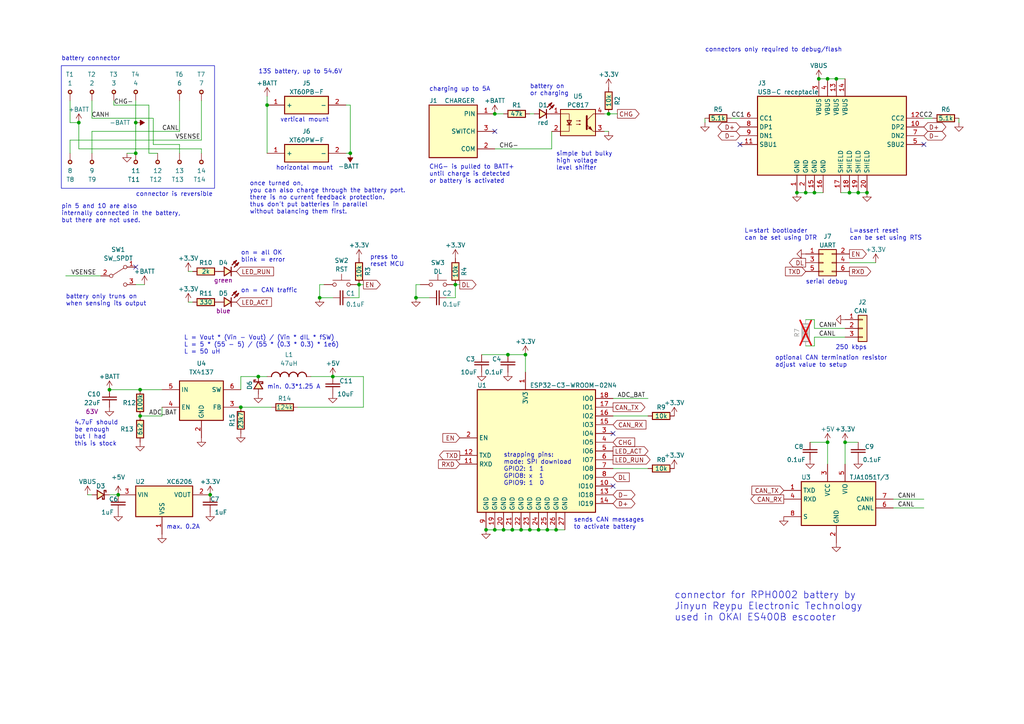
<source format=kicad_sch>
(kicad_sch (version 20230121) (generator eeschema)

  (uuid 43fc3289-82a7-492c-a423-3030e10115dc)

  (paper "A4")

  (title_block
    (title "RPH0002 connector")
    (date "$date$")
    (rev "$version$.$revision$")
    (company "CuVoodoo")
    (comment 1 "King Kévin")
    (comment 2 "CERN-OHL-S")
  )

  

  (junction (at 22.86 35.56) (diameter 0) (color 0 0 0 0)
    (uuid 01948633-9ff4-41da-a7fa-5e02d84b6a29)
  )
  (junction (at 31.75 113.03) (diameter 0) (color 0 0 0 0)
    (uuid 152ccdcf-c4ff-4806-9b16-27af8ad60962)
  )
  (junction (at 101.6 44.45) (diameter 0) (color 0 0 0 0)
    (uuid 1bf482fe-78a4-4d91-b312-576c16705475)
  )
  (junction (at 236.22 55.88) (diameter 0) (color 0 0 0 0)
    (uuid 1ef2b021-7419-4939-b1c9-035f6defb9f8)
  )
  (junction (at 77.47 30.48) (diameter 0) (color 0 0 0 0)
    (uuid 2bbdbcce-f950-4a75-a806-4a577cb064f1)
  )
  (junction (at 176.53 33.02) (diameter 0) (color 0 0 0 0)
    (uuid 32b83200-c45c-4f4b-97b8-dcdf522e056b)
  )
  (junction (at 146.05 153.67) (diameter 0) (color 0 0 0 0)
    (uuid 385d9322-c556-439a-8a37-c043e8e4fd8d)
  )
  (junction (at 242.57 22.86) (diameter 0) (color 0 0 0 0)
    (uuid 388fa72f-cd7b-4731-a92f-7155d1eb869c)
  )
  (junction (at 233.68 55.88) (diameter 0) (color 0 0 0 0)
    (uuid 3c756fb3-abc0-4f25-94ca-6f11fe5a06b2)
  )
  (junction (at 96.52 109.22) (diameter 0) (color 0 0 0 0)
    (uuid 40ab8ecb-5718-4840-b334-44e0576c1131)
  )
  (junction (at 143.51 33.02) (diameter 0) (color 0 0 0 0)
    (uuid 454ec1cf-f4ad-42ef-a758-c8dc8b09e941)
  )
  (junction (at 156.21 153.67) (diameter 0) (color 0 0 0 0)
    (uuid 4ea8efc9-ed38-457a-b7e0-eac051fe921b)
  )
  (junction (at 251.46 55.88) (diameter 0) (color 0 0 0 0)
    (uuid 5535a2e0-90ea-4b0b-911a-ab242d0f5cf5)
  )
  (junction (at 153.67 153.67) (diameter 0) (color 0 0 0 0)
    (uuid 677b8008-ba00-41fa-b3c4-b7f302f5b915)
  )
  (junction (at 158.75 153.67) (diameter 0) (color 0 0 0 0)
    (uuid 6bb1d3b9-6dfd-46be-8585-35375a7390f1)
  )
  (junction (at 34.29 143.51) (diameter 0) (color 0 0 0 0)
    (uuid 6d2c1b29-a624-4b95-bb74-0f73d0e49d04)
  )
  (junction (at 161.29 153.67) (diameter 0) (color 0 0 0 0)
    (uuid 6f047830-ef04-4537-b87e-f410b01cda38)
  )
  (junction (at 39.37 35.56) (diameter 0) (color 0 0 0 0)
    (uuid 74888226-3703-443d-84e2-e0d629970284)
  )
  (junction (at 240.03 22.86) (diameter 0) (color 0 0 0 0)
    (uuid 74e39201-0205-4221-9074-3ae38c3c3fe6)
  )
  (junction (at 143.51 153.67) (diameter 0) (color 0 0 0 0)
    (uuid 76c9098c-c355-4127-9cf1-4bd2d1531a12)
  )
  (junction (at 148.59 153.67) (diameter 0) (color 0 0 0 0)
    (uuid 7ba2100f-b3d7-4bec-a5a8-fec199c22f8e)
  )
  (junction (at 152.4 102.87) (diameter 0) (color 0 0 0 0)
    (uuid 812cbc1f-97d6-4b21-b810-1a15fb5e181d)
  )
  (junction (at 92.71 86.36) (diameter 0) (color 0 0 0 0)
    (uuid 854bade5-70fc-43d4-bfd5-3c772af1e52a)
  )
  (junction (at 60.96 143.51) (diameter 0) (color 0 0 0 0)
    (uuid 8ab19f6b-1f46-4ffc-b3b0-7bf88677d3ca)
  )
  (junction (at 39.37 44.45) (diameter 0) (color 0 0 0 0)
    (uuid 947873e5-90c4-4fee-b27c-d264a3ee640a)
  )
  (junction (at 74.93 109.22) (diameter 0) (color 0 0 0 0)
    (uuid aa1e3c27-223d-4e03-8f04-1891bde8833a)
  )
  (junction (at 40.64 113.03) (diameter 0) (color 0 0 0 0)
    (uuid ace7527b-28d5-489d-bc87-9ae074a4884b)
  )
  (junction (at 140.97 153.67) (diameter 0) (color 0 0 0 0)
    (uuid ae92b58f-8144-4ba7-ae91-242b8365b474)
  )
  (junction (at 246.38 55.88) (diameter 0) (color 0 0 0 0)
    (uuid b21de83f-6fc0-4acb-9915-ba48fe6d50b4)
  )
  (junction (at 151.13 153.67) (diameter 0) (color 0 0 0 0)
    (uuid b226e35e-88f6-410b-a508-cd59474cf40f)
  )
  (junction (at 245.11 128.27) (diameter 0) (color 0 0 0 0)
    (uuid b3f2b367-e0c4-4528-a4bd-0a1c927aa3f1)
  )
  (junction (at 120.65 86.36) (diameter 0) (color 0 0 0 0)
    (uuid b476c150-0c09-4b9e-8336-3153d0ddf77f)
  )
  (junction (at 248.92 55.88) (diameter 0) (color 0 0 0 0)
    (uuid c8ee39f9-6051-4bbf-9c93-6e2e71dc447e)
  )
  (junction (at 69.85 118.11) (diameter 0) (color 0 0 0 0)
    (uuid cde5a6b4-e20f-4f2a-b4a9-1d4de9d4f4f9)
  )
  (junction (at 147.32 102.87) (diameter 0) (color 0 0 0 0)
    (uuid cf469585-854c-4c23-a9fc-378d383345be)
  )
  (junction (at 237.49 22.86) (diameter 0) (color 0 0 0 0)
    (uuid d396ae02-2158-496c-9113-861f276f6fde)
  )
  (junction (at 132.08 82.55) (diameter 0) (color 0 0 0 0)
    (uuid e0c0106f-d6a3-402b-9802-834f2b9265b5)
  )
  (junction (at 40.64 120.65) (diameter 0) (color 0 0 0 0)
    (uuid e24123e1-6af9-4be0-94ae-1b3b34b9281c)
  )
  (junction (at 231.14 55.88) (diameter 0) (color 0 0 0 0)
    (uuid e604076e-8d74-4227-8610-3f7d22721b03)
  )
  (junction (at 240.03 128.27) (diameter 0) (color 0 0 0 0)
    (uuid f28fcaa5-fe7b-455f-b987-784645e0c313)
  )
  (junction (at 104.14 82.55) (diameter 0) (color 0 0 0 0)
    (uuid f5856b72-3d17-405c-94cf-e563c9d75fbd)
  )

  (no_connect (at 267.97 41.91) (uuid 0d046faf-349e-46fb-90fe-ffb941794e16))
  (no_connect (at 214.63 41.91) (uuid 95a94f02-90df-462a-90fc-34ba9d198368))
  (no_connect (at 39.37 77.47) (uuid c504f471-0d27-4c31-b3de-f3f763d025ce))
  (no_connect (at 177.8 140.97) (uuid cc3c3c62-692a-4d6a-8f78-bbc90bdf2a05))
  (no_connect (at 143.51 38.1) (uuid d1e2acb0-f39c-4f16-9ebf-4a6aca7404c6))
  (no_connect (at 177.8 125.73) (uuid e94d5e2f-e245-4358-b499-2cf05c2fc9f7))

  (wire (pts (xy 259.08 144.78) (xy 267.97 144.78))
    (stroke (width 0) (type default))
    (uuid 00523b1a-315b-49af-a980-647ae71b2236)
  )
  (wire (pts (xy 231.14 55.88) (xy 233.68 55.88))
    (stroke (width 0) (type default))
    (uuid 015e0a97-3030-4bf9-83f6-add7267f60c3)
  )
  (wire (pts (xy 177.8 135.89) (xy 187.96 135.89))
    (stroke (width 0) (type default))
    (uuid 0897827f-b7e7-4771-934a-735b32c4f26e)
  )
  (wire (pts (xy 33.02 29.21) (xy 33.02 30.48))
    (stroke (width 0) (type default))
    (uuid 0b03ed15-ca09-414f-9481-ab5c45094e3b)
  )
  (wire (pts (xy 33.02 30.48) (xy 43.18 30.48))
    (stroke (width 0) (type default))
    (uuid 0b3d4f88-b1c0-42c8-b84c-0078e2aac78d)
  )
  (wire (pts (xy 161.29 153.67) (xy 163.83 153.67))
    (stroke (width 0) (type default))
    (uuid 10125170-e041-4d89-be21-c8929b9f8d30)
  )
  (wire (pts (xy 132.08 86.36) (xy 129.54 86.36))
    (stroke (width 0) (type default))
    (uuid 13c87bcd-2626-49b3-b693-bb2f5a7289a2)
  )
  (wire (pts (xy 133.35 82.55) (xy 132.08 82.55))
    (stroke (width 0) (type default))
    (uuid 14809b56-6921-4b1c-bc02-d2cd6f0bedda)
  )
  (wire (pts (xy 90.17 109.22) (xy 96.52 109.22))
    (stroke (width 0) (type default))
    (uuid 17c67215-5b28-489b-b6c5-1efeb61a5408)
  )
  (wire (pts (xy 25.4 143.51) (xy 26.67 143.51))
    (stroke (width 0) (type default))
    (uuid 1b4171b4-5ce6-41ca-95d7-a4fbe37573bd)
  )
  (wire (pts (xy 246.38 55.88) (xy 248.92 55.88))
    (stroke (width 0) (type default))
    (uuid 1b4b03a6-5b50-4fff-8824-84f4395581bf)
  )
  (wire (pts (xy 58.42 29.21) (xy 58.42 40.64))
    (stroke (width 0) (type default))
    (uuid 1d1a2342-0e45-4455-b3ed-0f2886a943e0)
  )
  (wire (pts (xy 26.67 29.21) (xy 26.67 34.29))
    (stroke (width 0) (type default))
    (uuid 200df683-e0a1-4e4d-ae5a-6dd0c029d60f)
  )
  (wire (pts (xy 153.67 153.67) (xy 156.21 153.67))
    (stroke (width 0) (type default))
    (uuid 2128f793-f5d8-40ad-a94b-6b90d82f482e)
  )
  (wire (pts (xy 236.22 95.25) (xy 236.22 92.71))
    (stroke (width 0) (type default))
    (uuid 25410d96-9bb3-4a84-8803-5a43c1cd0e85)
  )
  (wire (pts (xy 177.8 115.57) (xy 187.96 115.57))
    (stroke (width 0) (type default))
    (uuid 28c5856e-8898-42b6-9056-f535de9e7cb4)
  )
  (wire (pts (xy 204.47 35.56) (xy 204.47 34.29))
    (stroke (width 0) (type default))
    (uuid 2a71566e-42ff-4cd7-95e9-ca5bc47096ee)
  )
  (wire (pts (xy 69.85 113.03) (xy 69.85 109.22))
    (stroke (width 0) (type default))
    (uuid 2b849b1c-a831-414b-a1b3-52637e26c2cc)
  )
  (wire (pts (xy 236.22 95.25) (xy 245.11 95.25))
    (stroke (width 0) (type default))
    (uuid 2ce38392-999e-437d-bb0c-2ba6f132ca8a)
  )
  (wire (pts (xy 101.6 30.48) (xy 100.33 30.48))
    (stroke (width 0) (type default))
    (uuid 2d65cefe-54ad-410b-90ed-378c877ec616)
  )
  (wire (pts (xy 43.18 30.48) (xy 43.18 44.45))
    (stroke (width 0) (type default))
    (uuid 2e3c9d4c-b299-45c7-98d6-6721b8b53573)
  )
  (wire (pts (xy 120.65 86.36) (xy 124.46 86.36))
    (stroke (width 0) (type default))
    (uuid 31837d06-f912-478d-b0be-2a01c313506f)
  )
  (wire (pts (xy 26.67 38.1) (xy 26.67 44.45))
    (stroke (width 0) (type default))
    (uuid 35fb2ae5-7d61-400b-b045-bb0b4c626729)
  )
  (wire (pts (xy 160.02 38.1) (xy 160.02 43.18))
    (stroke (width 0) (type default))
    (uuid 37224b37-a027-4a70-b138-7fce81e35f05)
  )
  (wire (pts (xy 39.37 29.21) (xy 39.37 35.56))
    (stroke (width 0) (type default))
    (uuid 377f9278-ca72-4774-a318-e41e9680c30c)
  )
  (wire (pts (xy 54.61 87.63) (xy 55.88 87.63))
    (stroke (width 0) (type default))
    (uuid 395c114f-1d2c-46f2-9883-99238bb58067)
  )
  (wire (pts (xy 92.71 82.55) (xy 92.71 86.36))
    (stroke (width 0) (type default))
    (uuid 3b0f4835-e941-4bde-9501-eb23a21f1bd1)
  )
  (wire (pts (xy 146.05 153.67) (xy 148.59 153.67))
    (stroke (width 0) (type default))
    (uuid 3cf1d986-74eb-4cf1-b41a-b36eda03471b)
  )
  (wire (pts (xy 154.94 33.02) (xy 153.67 33.02))
    (stroke (width 0) (type default))
    (uuid 4bb9b625-1645-4240-8806-db7c8bc2c16a)
  )
  (wire (pts (xy 236.22 92.71) (xy 233.68 92.71))
    (stroke (width 0) (type default))
    (uuid 55facf09-f32a-406b-b6a0-22ad4648d5e7)
  )
  (wire (pts (xy 69.85 109.22) (xy 74.93 109.22))
    (stroke (width 0) (type default))
    (uuid 5deddd22-bdb2-476b-a759-5b42b8e77327)
  )
  (wire (pts (xy 39.37 35.56) (xy 39.37 44.45))
    (stroke (width 0) (type default))
    (uuid 5f589856-eec0-4bb2-88a7-f5dfd415cb93)
  )
  (wire (pts (xy 105.41 82.55) (xy 104.14 82.55))
    (stroke (width 0) (type default))
    (uuid 66f1bf6f-868f-494f-a707-dbc0680a5a0f)
  )
  (wire (pts (xy 236.22 55.88) (xy 238.76 55.88))
    (stroke (width 0) (type default))
    (uuid 68f6a0c3-0f14-4892-8303-70a06b423376)
  )
  (wire (pts (xy 233.68 55.88) (xy 236.22 55.88))
    (stroke (width 0) (type default))
    (uuid 6a650b29-1b65-4367-8b29-d868568e19b8)
  )
  (wire (pts (xy 44.45 41.91) (xy 52.07 41.91))
    (stroke (width 0) (type default))
    (uuid 6bc314bd-7956-4bf2-9d01-18bd680d4d76)
  )
  (wire (pts (xy 237.49 22.86) (xy 240.03 22.86))
    (stroke (width 0) (type default))
    (uuid 6cc907c9-06c9-444c-97a8-b51e55830643)
  )
  (wire (pts (xy 52.07 38.1) (xy 26.67 38.1))
    (stroke (width 0) (type default))
    (uuid 6d35137d-3f2b-4484-a793-ef8c7db249b4)
  )
  (wire (pts (xy 254 76.2) (xy 246.38 76.2))
    (stroke (width 0) (type default))
    (uuid 6d61fe94-eb20-4fb6-8616-1dd92e8bdaaf)
  )
  (wire (pts (xy 101.6 44.45) (xy 100.33 44.45))
    (stroke (width 0) (type default))
    (uuid 6d700b18-ffc2-4101-8e90-cafb5272e661)
  )
  (wire (pts (xy 40.64 120.65) (xy 46.99 120.65))
    (stroke (width 0) (type default))
    (uuid 6f29db6e-e0da-47a9-9b86-4f488cd50560)
  )
  (wire (pts (xy 46.99 118.11) (xy 46.99 120.65))
    (stroke (width 0) (type default))
    (uuid 71fbcdc6-7b76-4304-a5d6-0568f7e7c2ff)
  )
  (wire (pts (xy 120.65 82.55) (xy 120.65 86.36))
    (stroke (width 0) (type default))
    (uuid 73ae2f38-3bc7-4ac7-9d0e-fcd7d6dfd9e0)
  )
  (wire (pts (xy 240.03 22.86) (xy 242.57 22.86))
    (stroke (width 0) (type default))
    (uuid 7581c8d7-d288-4f6b-bc69-44e66d8ac0c3)
  )
  (wire (pts (xy 19.05 80.01) (xy 29.21 80.01))
    (stroke (width 0) (type default))
    (uuid 75da6562-13ff-4110-b926-b2fb5662d3c1)
  )
  (wire (pts (xy 176.53 33.02) (xy 175.26 33.02))
    (stroke (width 0) (type default))
    (uuid 762fb7a7-dbd9-44bf-83f0-04de3ad81ada)
  )
  (wire (pts (xy 176.53 38.1) (xy 175.26 38.1))
    (stroke (width 0) (type default))
    (uuid 7740e936-2b56-4e1b-9369-7633602c86e0)
  )
  (wire (pts (xy 176.53 33.02) (xy 179.07 33.02))
    (stroke (width 0) (type default))
    (uuid 78ab0c95-0fcf-4d15-b466-9f59116b9e37)
  )
  (wire (pts (xy 236.22 100.33) (xy 233.68 100.33))
    (stroke (width 0) (type default))
    (uuid 794d1be9-81bf-4811-a62b-b2f0c3ba2f83)
  )
  (wire (pts (xy 148.59 153.67) (xy 151.13 153.67))
    (stroke (width 0) (type default))
    (uuid 7d7696ce-0d50-46df-b8c3-5dc8428338b8)
  )
  (wire (pts (xy 236.22 97.79) (xy 236.22 100.33))
    (stroke (width 0) (type default))
    (uuid 7f3bdfee-91c2-48f2-bf2f-db15e8b58d5d)
  )
  (wire (pts (xy 143.51 153.67) (xy 146.05 153.67))
    (stroke (width 0) (type default))
    (uuid 8068cc94-41d1-4816-b698-0dc813b44440)
  )
  (wire (pts (xy 139.7 102.87) (xy 147.32 102.87))
    (stroke (width 0) (type default))
    (uuid 809cf0a1-ce86-4a10-bc89-1c6f796e2a58)
  )
  (wire (pts (xy 52.07 29.21) (xy 52.07 38.1))
    (stroke (width 0) (type default))
    (uuid 827ec3f1-4cbf-4e45-be6e-cfff3d93c783)
  )
  (wire (pts (xy 20.32 35.56) (xy 22.86 35.56))
    (stroke (width 0) (type default))
    (uuid 8691c017-b574-44c7-92ab-a5f75ebfa82f)
  )
  (wire (pts (xy 22.86 43.18) (xy 58.42 43.18))
    (stroke (width 0) (type default))
    (uuid 8b0a40e5-2b42-44e1-9adf-bfa96f5228cb)
  )
  (wire (pts (xy 31.75 143.51) (xy 34.29 143.51))
    (stroke (width 0) (type default))
    (uuid 8bc23384-9008-48ab-9018-704a6d6e5661)
  )
  (wire (pts (xy 105.41 109.22) (xy 96.52 109.22))
    (stroke (width 0) (type default))
    (uuid 8cac6733-d977-419d-ade1-8f48ff7a903b)
  )
  (wire (pts (xy 77.47 30.48) (xy 77.47 44.45))
    (stroke (width 0) (type default))
    (uuid 8ecd6e43-29c4-408d-8ef8-933d84670e6c)
  )
  (wire (pts (xy 104.14 82.55) (xy 104.14 86.36))
    (stroke (width 0) (type default))
    (uuid 8f4245dd-770b-48e4-a7fc-03995d1971e9)
  )
  (wire (pts (xy 105.41 118.11) (xy 105.41 109.22))
    (stroke (width 0) (type default))
    (uuid 93ae7e73-2b8f-4313-91ba-cc813d4de33f)
  )
  (wire (pts (xy 58.42 43.18) (xy 58.42 44.45))
    (stroke (width 0) (type default))
    (uuid 93c5672d-9999-45ee-a5d2-da447d6f72ec)
  )
  (wire (pts (xy 77.47 27.94) (xy 77.47 30.48))
    (stroke (width 0) (type default))
    (uuid 957512ec-46fb-40d6-a66a-9722115261b7)
  )
  (wire (pts (xy 270.51 34.29) (xy 267.97 34.29))
    (stroke (width 0) (type default))
    (uuid 983098a5-4fe3-46c9-a4e2-f9d1bb0d0ef5)
  )
  (wire (pts (xy 278.13 35.56) (xy 278.13 34.29))
    (stroke (width 0) (type default))
    (uuid 999b2a6e-a4c5-4c4a-9582-426d891cb79b)
  )
  (wire (pts (xy 26.67 34.29) (xy 44.45 34.29))
    (stroke (width 0) (type default))
    (uuid 9b908743-e514-4843-8bf7-d2fa9adfcf0e)
  )
  (wire (pts (xy 212.09 34.29) (xy 214.63 34.29))
    (stroke (width 0) (type default))
    (uuid a0311311-bd70-4582-87ba-09811ae6dd6c)
  )
  (wire (pts (xy 36.83 44.45) (xy 39.37 44.45))
    (stroke (width 0) (type default))
    (uuid a29a4193-9a05-4bcb-9987-00ebee612001)
  )
  (wire (pts (xy 245.11 128.27) (xy 248.92 128.27))
    (stroke (width 0) (type default))
    (uuid a460c5b4-d625-4ca8-8099-42f89c9cb273)
  )
  (wire (pts (xy 140.97 153.67) (xy 143.51 153.67))
    (stroke (width 0) (type default))
    (uuid a619267e-4025-4aa1-ac75-b05be472d686)
  )
  (wire (pts (xy 41.91 82.55) (xy 39.37 82.55))
    (stroke (width 0) (type default))
    (uuid a77992a6-678d-44fe-a235-62fd4959216e)
  )
  (wire (pts (xy 152.4 102.87) (xy 152.4 107.95))
    (stroke (width 0) (type default))
    (uuid a904e858-c0b9-499e-8edb-c0e3cc8416ca)
  )
  (wire (pts (xy 31.75 113.03) (xy 40.64 113.03))
    (stroke (width 0) (type default))
    (uuid add0c82e-9e3c-40b7-bcca-d5a5b072b8ac)
  )
  (wire (pts (xy 259.08 147.32) (xy 267.97 147.32))
    (stroke (width 0) (type default))
    (uuid b0d1143e-066b-4c36-9d7d-0fbdb5bc4712)
  )
  (wire (pts (xy 40.64 113.03) (xy 46.99 113.03))
    (stroke (width 0) (type default))
    (uuid b4a2e184-596b-4549-a5fb-f5dee7a1e49c)
  )
  (wire (pts (xy 43.18 44.45) (xy 45.72 44.45))
    (stroke (width 0) (type default))
    (uuid b97b6dac-6a1b-4e33-86ae-4a67a2146cd5)
  )
  (wire (pts (xy 242.57 22.86) (xy 245.11 22.86))
    (stroke (width 0) (type default))
    (uuid bc6dec25-c28f-45d7-86b2-9941f6c5a9b4)
  )
  (wire (pts (xy 92.71 86.36) (xy 96.52 86.36))
    (stroke (width 0) (type default))
    (uuid bf0ef13f-2218-4458-bc2f-676704e26978)
  )
  (wire (pts (xy 240.03 128.27) (xy 240.03 134.62))
    (stroke (width 0) (type default))
    (uuid bfcb8ab8-7756-436a-bd14-67669ceb6049)
  )
  (wire (pts (xy 245.11 128.27) (xy 245.11 134.62))
    (stroke (width 0) (type default))
    (uuid c2c0aaa1-f3d0-4059-b5be-93f99db6b200)
  )
  (wire (pts (xy 187.96 120.65) (xy 177.8 120.65))
    (stroke (width 0) (type default))
    (uuid c6bef7b6-d0a6-4f03-bb12-40ab3f006533)
  )
  (wire (pts (xy 52.07 41.91) (xy 52.07 44.45))
    (stroke (width 0) (type default))
    (uuid c887eac5-f840-4099-a7a0-e6592601b10a)
  )
  (wire (pts (xy 152.4 102.87) (xy 147.32 102.87))
    (stroke (width 0) (type default))
    (uuid ce024e81-9f4e-41c7-b8ed-41013c4e5947)
  )
  (wire (pts (xy 44.45 34.29) (xy 44.45 41.91))
    (stroke (width 0) (type default))
    (uuid ce0b1cc4-c1fc-4670-9694-b7b83cede84a)
  )
  (wire (pts (xy 158.75 153.67) (xy 161.29 153.67))
    (stroke (width 0) (type default))
    (uuid ce2cc115-9797-4250-9cee-92abec69372c)
  )
  (wire (pts (xy 101.6 30.48) (xy 101.6 44.45))
    (stroke (width 0) (type default))
    (uuid ce854ad1-1714-4b4b-8dbd-28056b29a091)
  )
  (wire (pts (xy 22.86 43.18) (xy 22.86 35.56))
    (stroke (width 0) (type default))
    (uuid d022f136-f572-4fee-8d2f-85e101914c31)
  )
  (wire (pts (xy 58.42 40.64) (xy 20.32 40.64))
    (stroke (width 0) (type default))
    (uuid d2942f94-4c2c-44d5-8feb-770d4d6727ad)
  )
  (wire (pts (xy 143.51 33.02) (xy 146.05 33.02))
    (stroke (width 0) (type default))
    (uuid d5c77244-d4a7-4374-8833-846ae37285b6)
  )
  (wire (pts (xy 74.93 109.22) (xy 77.47 109.22))
    (stroke (width 0) (type default))
    (uuid d6de694e-c994-4cef-877f-a2d1442981ec)
  )
  (wire (pts (xy 151.13 153.67) (xy 153.67 153.67))
    (stroke (width 0) (type default))
    (uuid e25a4314-68c3-493d-94b5-5e33509ae2ff)
  )
  (wire (pts (xy 104.14 86.36) (xy 101.6 86.36))
    (stroke (width 0) (type default))
    (uuid e34ab543-51e4-41e2-bd46-d907dd8c873e)
  )
  (wire (pts (xy 20.32 29.21) (xy 20.32 35.56))
    (stroke (width 0) (type default))
    (uuid e4594755-2e16-4df0-89a2-a120e8348b42)
  )
  (wire (pts (xy 86.36 118.11) (xy 105.41 118.11))
    (stroke (width 0) (type default))
    (uuid e6548bb2-1a81-4f5b-a662-f08768830ef1)
  )
  (wire (pts (xy 234.95 128.27) (xy 240.03 128.27))
    (stroke (width 0) (type default))
    (uuid e8a0df31-2bcf-4494-be6d-24da23ba2692)
  )
  (wire (pts (xy 54.61 78.74) (xy 55.88 78.74))
    (stroke (width 0) (type default))
    (uuid e8de901a-7310-4fc5-bb0c-88a5583225d6)
  )
  (wire (pts (xy 20.32 40.64) (xy 20.32 44.45))
    (stroke (width 0) (type default))
    (uuid f057f2a1-5817-4645-81e4-5ba56354bda4)
  )
  (wire (pts (xy 132.08 82.55) (xy 132.08 86.36))
    (stroke (width 0) (type default))
    (uuid f09efc30-b248-46ee-a575-ad55fd4d018f)
  )
  (wire (pts (xy 69.85 118.11) (xy 78.74 118.11))
    (stroke (width 0) (type default))
    (uuid f2720528-0901-439a-844d-4c1a9d21b1ad)
  )
  (wire (pts (xy 120.65 82.55) (xy 121.92 82.55))
    (stroke (width 0) (type default))
    (uuid f2ff4239-17c1-408d-88ea-b7ac5895e7b6)
  )
  (wire (pts (xy 92.71 82.55) (xy 93.98 82.55))
    (stroke (width 0) (type default))
    (uuid f4ab7d87-e4d8-49c4-ba82-b5234a69a6c3)
  )
  (wire (pts (xy 156.21 153.67) (xy 158.75 153.67))
    (stroke (width 0) (type default))
    (uuid f58113d0-bb61-453f-9583-7e6c39a693c1)
  )
  (wire (pts (xy 143.51 43.18) (xy 160.02 43.18))
    (stroke (width 0) (type default))
    (uuid f71b7a86-d124-444a-99bc-2c26b4fb5bfb)
  )
  (wire (pts (xy 248.92 55.88) (xy 251.46 55.88))
    (stroke (width 0) (type default))
    (uuid f79ea992-7bc4-4167-91ee-bbefa7d03c0f)
  )
  (wire (pts (xy 243.84 55.88) (xy 246.38 55.88))
    (stroke (width 0) (type default))
    (uuid f8a77133-b952-4ce1-89ae-431b0555289c)
  )
  (wire (pts (xy 236.22 97.79) (xy 245.11 97.79))
    (stroke (width 0) (type default))
    (uuid fc806fe2-59a4-4a8a-a5e1-27984f5c4e8e)
  )

  (rectangle (start 17.78 19.05) (end 62.23 54.61)
    (stroke (width 0) (type default))
    (fill (type none))
    (uuid d18f9616-6eff-48ad-815d-aa6a017597c9)
  )

  (text "connector is reversible" (at 39.37 57.15 0)
    (effects (font (size 1.27 1.27)) (justify left bottom))
    (uuid 0498a3f9-bb72-477a-bb23-526681bd3a70)
  )
  (text "max. 0.2A" (at 48.26 153.67 0)
    (effects (font (size 1.27 1.27)) (justify left bottom))
    (uuid 079b2bf5-322b-4cf2-9b5d-3a404d75dc3e)
  )
  (text "serial debug" (at 233.68 82.55 0)
    (effects (font (size 1.27 1.27)) (justify left bottom))
    (uuid 0dc2f77f-6644-4eba-b581-7b50932947e3)
  )
  (text "horizontal mount" (at 80.01 49.53 0)
    (effects (font (size 1.27 1.27)) (justify left bottom))
    (uuid 1dbdc4ca-0dbc-4f9f-9da5-70c2b2238dab)
  )
  (text "once turned on,\nyou can also charge through the battery port.\nthere is no current feedback protection.\nthus don't put batteries in parallel\nwithout balancing them first."
    (at 72.39 62.23 0)
    (effects (font (size 1.27 1.27)) (justify left bottom))
    (uuid 20541ba3-9518-4a7b-890d-b1782463ae95)
  )
  (text "min. 0.3*1.25 A" (at 77.47 113.03 0)
    (effects (font (size 1.27 1.27)) (justify left bottom))
    (uuid 223320da-266b-4e4d-beca-22ecce64090f)
  )
  (text "L = Vout * (Vin - Vout) / (Vin * dIL * fSW)\nL = 5 * (55 - 5) / (55 * (0.3 * 0.3) * 1e6)\nL = 50 uH"
    (at 53.34 102.87 0)
    (effects (font (size 1.27 1.27)) (justify left bottom))
    (uuid 33aff535-b417-4917-aec1-4e8ae0533189)
  )
  (text "simple but bulky\nhigh voltage\nlevel shifter" (at 161.29 49.53 0)
    (effects (font (size 1.27 1.27)) (justify left bottom))
    (uuid 3810cecd-d754-4310-9673-1ac7d9cff1d0)
  )
  (text "4.7uF should\nbe enough\nbut I had\nthis is stock" (at 21.59 129.54 0)
    (effects (font (size 1.27 1.27)) (justify left bottom))
    (uuid 4b237f41-6353-4682-af73-7c9a61910d79)
  )
  (text "battery on\nor charging" (at 153.67 27.94 0)
    (effects (font (size 1.27 1.27)) (justify left bottom))
    (uuid 62d0ad37-fc4a-4f15-95bb-523fd0c8ac8e)
  )
  (text "pin 5 and 10 are also\ninternally connected in the battery,\nbut there are not used."
    (at 17.78 64.77 0)
    (effects (font (size 1.27 1.27)) (justify left bottom))
    (uuid 630e7588-0897-4b5e-af6c-02d625e4b7c5)
  )
  (text "L=assert reset\ncan be set using RTS" (at 246.38 69.85 0)
    (effects (font (size 1.27 1.27)) (justify left bottom))
    (uuid 6708e619-4f88-46ad-be3f-69e2ce46daab)
  )
  (text "battery only truns on\nwhen sensing its output" (at 19.05 88.9 0)
    (effects (font (size 1.27 1.27)) (justify left bottom))
    (uuid 6fe51265-9d19-44b7-b79b-553cb2f28910)
  )
  (text "connector for RPH0002 battery by\nJinyun Reypu Electronic Technology\nused in OKAI ES400B escooter"
    (at 195.58 180.34 0)
    (effects (font (size 2 2)) (justify left bottom))
    (uuid 7220d4ef-e9a2-4089-8069-804edf2270c0)
  )
  (text "sends CAN messages\nto activate battery" (at 166.37 153.67 0)
    (effects (font (size 1.27 1.27)) (justify left bottom))
    (uuid 74c10ea3-b393-49fc-b407-446d8552c6bb)
  )
  (text "CHG- is pulled to BATT+\nuntil charge is detected\nor battery is activated"
    (at 124.46 53.34 0)
    (effects (font (size 1.27 1.27)) (justify left bottom))
    (uuid 75080645-fc8e-482e-af0e-81bb263e0c1a)
  )
  (text "optional CAN termination resistor\nadjust value to setup"
    (at 224.79 106.68 0)
    (effects (font (size 1.27 1.27)) (justify left bottom))
    (uuid 7c771b30-e633-4cd9-b41e-4121dc9c9f10)
  )
  (text "battery connector" (at 17.78 17.78 0)
    (effects (font (size 1.27 1.27)) (justify left bottom))
    (uuid 8aaaed94-77b8-46d1-8208-7a6aac042851)
  )
  (text "vertical mount" (at 81.28 35.56 0)
    (effects (font (size 1.27 1.27)) (justify left bottom))
    (uuid 92bd3c75-de59-4db2-a93f-878575bc6b3d)
  )
  (text "L=start bootloader\ncan be set using DTR" (at 215.9 69.85 0)
    (effects (font (size 1.27 1.27)) (justify left bottom))
    (uuid 965025b6-0608-4479-a878-94abdb9ef7fe)
  )
  (text "charging up to 5A" (at 124.46 26.67 0)
    (effects (font (size 1.27 1.27)) (justify left bottom))
    (uuid a107ce9c-4524-4ff1-bebd-2d383b2e392b)
  )
  (text "250 kbps" (at 251.46 101.6 0)
    (effects (font (size 1.27 1.27)) (justify right bottom))
    (uuid a9321ebe-4124-4fc3-aff4-0ab2ce6d5daa)
  )
  (text "13S battery, up to 54.6V" (at 74.93 21.59 0)
    (effects (font (size 1.27 1.27)) (justify left bottom))
    (uuid c5c93587-33f9-40da-b840-1e7370b74e88)
  )
  (text "strapping pins:\nmode: SPI download\nGPIO2: 1  1\nGPIO8: x  1\nGPIO9: 1  0"
    (at 146.05 140.97 0)
    (effects (font (size 1.27 1.27)) (justify left bottom))
    (uuid c84068a9-bd31-4957-aa1e-f59abdadce36)
  )
  (text "on = all OK\nblink = error" (at 69.85 76.2 0)
    (effects (font (size 1.27 1.27)) (justify left bottom))
    (uuid d4a96ec0-08c0-4258-857d-64ac3fa5886b)
  )
  (text "on = CAN traffic" (at 69.85 85.09 0)
    (effects (font (size 1.27 1.27)) (justify left bottom))
    (uuid d7b5fa13-c3fb-4b3d-87b1-3d815140e3bb)
  )
  (text "connectors only required to debug/flash" (at 204.47 15.24 0)
    (effects (font (size 1.27 1.27)) (justify left bottom))
    (uuid ec0c697b-f733-4a80-83a5-49038d4ac842)
  )
  (text "press to\nreset MCU" (at 107.315 77.47 0)
    (effects (font (size 1.27 1.27)) (justify left bottom))
    (uuid f658273c-9e95-4a78-8f47-abddfb4f48ba)
  )

  (label "CANH" (at 31.75 34.29 180) (fields_autoplaced)
    (effects (font (size 1.27 1.27)) (justify right bottom))
    (uuid 2975828a-0b7d-4e99-9822-2e8073d1bb35)
  )
  (label "VSENSE" (at 27.94 80.01 180) (fields_autoplaced)
    (effects (font (size 1.27 1.27)) (justify right bottom))
    (uuid 2c6e3baf-dd36-4605-aa18-bc7106248fc1)
  )
  (label "CANH" (at 260.35 144.78 0) (fields_autoplaced)
    (effects (font (size 1.27 1.27)) (justify left bottom))
    (uuid 37ecac22-0dad-4725-b9fe-e496c516f74d)
  )
  (label "CANL" (at 237.49 97.79 0) (fields_autoplaced)
    (effects (font (size 1.27 1.27)) (justify left bottom))
    (uuid 38ccebf8-791a-498a-9842-841acf1ef536)
  )
  (label "CANH" (at 237.49 95.25 0) (fields_autoplaced)
    (effects (font (size 1.27 1.27)) (justify left bottom))
    (uuid 4097e032-2e57-49ae-b22f-d4f76f929e0d)
  )
  (label "CHG-" (at 144.78 43.18 0) (fields_autoplaced)
    (effects (font (size 1.27 1.27)) (justify left bottom))
    (uuid 6ba7196f-76cf-4cd1-9f96-11357870138e)
  )
  (label "CANL" (at 46.99 38.1 0) (fields_autoplaced)
    (effects (font (size 1.27 1.27)) (justify left bottom))
    (uuid 830c70b1-d6ea-49c3-aa5e-5a6b3c1f057a)
  )
  (label "CHG-" (at 33.02 30.48 0) (fields_autoplaced)
    (effects (font (size 1.27 1.27)) (justify left bottom))
    (uuid 9332684d-5361-485d-b0eb-8232faca7845)
  )
  (label "VSENSE" (at 50.8 40.64 0) (fields_autoplaced)
    (effects (font (size 1.27 1.27)) (justify left bottom))
    (uuid 9c124762-598b-4031-8fc9-83986c8cc8ce)
  )
  (label "CANL" (at 260.35 147.32 0) (fields_autoplaced)
    (effects (font (size 1.27 1.27)) (justify left bottom))
    (uuid b00cc759-2c95-4a24-ab41-b8e939041b92)
  )
  (label "ADC_BAT" (at 43.18 120.65 0) (fields_autoplaced)
    (effects (font (size 1.27 1.27)) (justify left bottom))
    (uuid b80878f6-8c33-4f14-8926-04ae47992f29)
  )
  (label "CC1" (at 212.09 34.29 0) (fields_autoplaced)
    (effects (font (size 1.27 1.27)) (justify left bottom))
    (uuid bb8e4b28-5ef8-4644-ab59-e7a1d6c55908)
  )
  (label "CC2" (at 270.51 34.29 180) (fields_autoplaced)
    (effects (font (size 1.27 1.27)) (justify right bottom))
    (uuid bee0003d-d9e8-4e2f-8064-b4d45f91029a)
  )
  (label "ADC_BAT" (at 179.07 115.57 0) (fields_autoplaced)
    (effects (font (size 1.27 1.27)) (justify left bottom))
    (uuid c5a34cff-553f-42f5-9156-2cf9a266c745)
  )

  (global_label "DL" (shape output) (at 233.68 76.2 180) (fields_autoplaced)
    (effects (font (size 1.27 1.27)) (justify right))
    (uuid 1f6a2415-7790-4a19-92a7-d3bf48b84d48)
    (property "Intersheetrefs" "${INTERSHEET_REFS}" (at 228.4761 76.2 0)
      (effects (font (size 1.27 1.27)) (justify right) hide)
    )
  )
  (global_label "TXD" (shape input) (at 233.68 78.74 180) (fields_autoplaced)
    (effects (font (size 1.27 1.27)) (justify right))
    (uuid 21c55d26-177b-4159-9323-a4f6c458da05)
    (property "Intersheetrefs" "${INTERSHEET_REFS}" (at 227.3271 78.74 0)
      (effects (font (size 1.27 1.27)) (justify right) hide)
    )
  )
  (global_label "CAN_RX" (shape output) (at 227.33 144.78 180) (fields_autoplaced)
    (effects (font (size 1.27 1.27)) (justify right))
    (uuid 2aeff2b1-48cd-4d89-8920-d5f8025a4cd3)
    (property "Intersheetrefs" "${INTERSHEET_REFS}" (at 217.288 144.78 0)
      (effects (font (size 1.27 1.27)) (justify right) hide)
    )
  )
  (global_label "EN" (shape input) (at 133.35 127 180) (fields_autoplaced)
    (effects (font (size 1.27 1.27)) (justify right))
    (uuid 305ccd69-8d3e-46d1-9e5c-e7cbb6ad80df)
    (property "Intersheetrefs" "${INTERSHEET_REFS}" (at 127.9647 127 0)
      (effects (font (size 1.27 1.27)) (justify right) hide)
    )
  )
  (global_label "D+" (shape bidirectional) (at 177.8 146.05 0) (fields_autoplaced)
    (effects (font (size 1.27 1.27)) (justify left))
    (uuid 422c61ee-77ff-4c1b-86fd-feaa6467fa5d)
    (property "Intersheetrefs" "${INTERSHEET_REFS}" (at 183.0555 145.9706 0)
      (effects (font (size 1.27 1.27)) (justify left) hide)
    )
  )
  (global_label "EN" (shape output) (at 246.38 73.66 0) (fields_autoplaced)
    (effects (font (size 1.27 1.27)) (justify left))
    (uuid 4fc837e7-da3d-4a75-bf56-f3733cefa528)
    (property "Intersheetrefs" "${INTERSHEET_REFS}" (at 251.7653 73.66 0)
      (effects (font (size 1.27 1.27)) (justify left) hide)
    )
  )
  (global_label "D+" (shape bidirectional) (at 214.63 36.83 180) (fields_autoplaced)
    (effects (font (size 1.27 1.27)) (justify right))
    (uuid 52e67f4f-43dc-4146-ab08-41ca05fbe868)
    (property "Intersheetrefs" "${INTERSHEET_REFS}" (at 207.7705 36.83 0)
      (effects (font (size 1.27 1.27)) (justify right) hide)
    )
  )
  (global_label "D+" (shape bidirectional) (at 267.97 36.83 0) (fields_autoplaced)
    (effects (font (size 1.27 1.27)) (justify left))
    (uuid 655bee53-1366-4ce5-bc1d-f98baaded01c)
    (property "Intersheetrefs" "${INTERSHEET_REFS}" (at 273.2255 36.7506 0)
      (effects (font (size 1.27 1.27)) (justify left) hide)
    )
  )
  (global_label "CAN_TX" (shape input) (at 227.33 142.24 180) (fields_autoplaced)
    (effects (font (size 1.27 1.27)) (justify right))
    (uuid 6d511a2c-365a-4bc5-b748-639c7eab4d4c)
    (property "Intersheetrefs" "${INTERSHEET_REFS}" (at 217.5904 142.24 0)
      (effects (font (size 1.27 1.27)) (justify right) hide)
    )
  )
  (global_label "CHG" (shape output) (at 179.07 33.02 0) (fields_autoplaced)
    (effects (font (size 1.27 1.27)) (justify left))
    (uuid 78604da9-b1d0-4ded-bc64-5a7e224501ae)
    (property "Intersheetrefs" "${INTERSHEET_REFS}" (at 185.8463 33.02 0)
      (effects (font (size 1.27 1.27)) (justify left) hide)
    )
  )
  (global_label "D-" (shape bidirectional) (at 214.63 39.37 180) (fields_autoplaced)
    (effects (font (size 1.27 1.27)) (justify right))
    (uuid 7c418aa8-c644-41ec-90e0-8cf1acd5d601)
    (property "Intersheetrefs" "${INTERSHEET_REFS}" (at 207.7705 39.37 0)
      (effects (font (size 1.27 1.27)) (justify right) hide)
    )
  )
  (global_label "RXD" (shape input) (at 133.35 134.62 180) (fields_autoplaced)
    (effects (font (size 1.27 1.27)) (justify right))
    (uuid 85d200b7-17c2-4c52-96cc-9eaa1f47492a)
    (property "Intersheetrefs" "${INTERSHEET_REFS}" (at 126.6947 134.62 0)
      (effects (font (size 1.27 1.27)) (justify right) hide)
    )
  )
  (global_label "EN" (shape output) (at 105.41 82.55 0) (fields_autoplaced)
    (effects (font (size 1.27 1.27)) (justify left))
    (uuid 8df8e19c-303e-4bd2-a663-e31cb55f9502)
    (property "Intersheetrefs" "${INTERSHEET_REFS}" (at 110.7953 82.55 0)
      (effects (font (size 1.27 1.27)) (justify left) hide)
    )
  )
  (global_label "DL" (shape output) (at 133.35 82.55 0) (fields_autoplaced)
    (effects (font (size 1.27 1.27)) (justify left))
    (uuid a433bec6-902c-4683-9c52-da103358c311)
    (property "Intersheetrefs" "${INTERSHEET_REFS}" (at 138.5539 82.55 0)
      (effects (font (size 1.27 1.27)) (justify left) hide)
    )
  )
  (global_label "TXD" (shape output) (at 133.35 132.08 180) (fields_autoplaced)
    (effects (font (size 1.27 1.27)) (justify right))
    (uuid b1b87ff3-0852-403f-9fb0-937c057036ba)
    (property "Intersheetrefs" "${INTERSHEET_REFS}" (at 126.9971 132.08 0)
      (effects (font (size 1.27 1.27)) (justify right) hide)
    )
  )
  (global_label "CHG" (shape input) (at 177.8 128.27 0) (fields_autoplaced)
    (effects (font (size 1.27 1.27)) (justify left))
    (uuid b6915bf1-57fc-43f1-b560-3493b1ea7e29)
    (property "Intersheetrefs" "${INTERSHEET_REFS}" (at 184.5763 128.27 0)
      (effects (font (size 1.27 1.27)) (justify left) hide)
    )
  )
  (global_label "LED_RUN" (shape input) (at 68.58 78.74 0) (fields_autoplaced)
    (effects (font (size 1.27 1.27)) (justify left))
    (uuid bac5e5ac-5a90-4b72-a77d-c2fd00acaadf)
    (property "Intersheetrefs" "${INTERSHEET_REFS}" (at 79.8315 78.74 0)
      (effects (font (size 1.27 1.27)) (justify left) hide)
    )
  )
  (global_label "D-" (shape bidirectional) (at 177.8 143.51 0) (fields_autoplaced)
    (effects (font (size 1.27 1.27)) (justify left))
    (uuid bb8a7cea-80ec-49b7-a26f-d23b5a172510)
    (property "Intersheetrefs" "${INTERSHEET_REFS}" (at 183.0555 143.4306 0)
      (effects (font (size 1.27 1.27)) (justify left) hide)
    )
  )
  (global_label "LED_ACT" (shape output) (at 177.8 130.81 0) (fields_autoplaced)
    (effects (font (size 1.27 1.27)) (justify left))
    (uuid c08356b4-c1d1-4abc-bed9-5591b826c041)
    (property "Intersheetrefs" "${INTERSHEET_REFS}" (at 188.4467 130.81 0)
      (effects (font (size 1.27 1.27)) (justify left) hide)
    )
  )
  (global_label "RXD" (shape output) (at 246.38 78.74 0) (fields_autoplaced)
    (effects (font (size 1.27 1.27)) (justify left))
    (uuid c2b269d2-7573-4f50-9f92-3da5adbb047f)
    (property "Intersheetrefs" "${INTERSHEET_REFS}" (at 253.0353 78.74 0)
      (effects (font (size 1.27 1.27)) (justify left) hide)
    )
  )
  (global_label "DL" (shape input) (at 177.8 138.43 0) (fields_autoplaced)
    (effects (font (size 1.27 1.27)) (justify left))
    (uuid ccc02242-fda9-4e3a-9a79-0b98f17e15aa)
    (property "Intersheetrefs" "${INTERSHEET_REFS}" (at 183.0039 138.43 0)
      (effects (font (size 1.27 1.27)) (justify left) hide)
    )
  )
  (global_label "LED_ACT" (shape input) (at 68.58 87.63 0) (fields_autoplaced)
    (effects (font (size 1.27 1.27)) (justify left))
    (uuid cfa1ed81-67b1-4ba5-bf77-ab43e432ea6c)
    (property "Intersheetrefs" "${INTERSHEET_REFS}" (at 79.2267 87.63 0)
      (effects (font (size 1.27 1.27)) (justify left) hide)
    )
  )
  (global_label "CAN_TX" (shape output) (at 177.8 118.11 0) (fields_autoplaced)
    (effects (font (size 1.27 1.27)) (justify left))
    (uuid d34c9a8d-aa01-4c2e-bbdb-fc6cb3110ab7)
    (property "Intersheetrefs" "${INTERSHEET_REFS}" (at 187.5396 118.11 0)
      (effects (font (size 1.27 1.27)) (justify left) hide)
    )
  )
  (global_label "CAN_RX" (shape input) (at 177.8 123.19 0) (fields_autoplaced)
    (effects (font (size 1.27 1.27)) (justify left))
    (uuid d70d591c-0139-4981-9b31-2b09a54bd851)
    (property "Intersheetrefs" "${INTERSHEET_REFS}" (at 187.842 123.19 0)
      (effects (font (size 1.27 1.27)) (justify left) hide)
    )
  )
  (global_label "D-" (shape bidirectional) (at 267.97 39.37 0) (fields_autoplaced)
    (effects (font (size 1.27 1.27)) (justify left))
    (uuid e00a8857-8c83-4c04-947d-2bba59152a99)
    (property "Intersheetrefs" "${INTERSHEET_REFS}" (at 273.2255 39.2906 0)
      (effects (font (size 1.27 1.27)) (justify left) hide)
    )
  )
  (global_label "LED_RUN" (shape output) (at 177.8 133.35 0) (fields_autoplaced)
    (effects (font (size 1.27 1.27)) (justify left))
    (uuid f19397f5-76f4-4476-b3c6-cfd2a472b73a)
    (property "Intersheetrefs" "${INTERSHEET_REFS}" (at 189.0515 133.35 0)
      (effects (font (size 1.27 1.27)) (justify left) hide)
    )
  )

  (symbol (lib_id "Switch:SW_Push") (at 127 82.55 0) (unit 1)
    (in_bom yes) (on_board yes) (dnp no) (fields_autoplaced)
    (uuid 00376e6c-1847-4a9f-93bb-03282626c500)
    (property "Reference" "SW3" (at 127 76.2 0)
      (effects (font (size 1.27 1.27)))
    )
    (property "Value" "DL" (at 127 78.74 0)
      (effects (font (size 1.27 1.27)))
    )
    (property "Footprint" "qeda:MECHANICAL_1TS002E" (at 127 77.47 0)
      (effects (font (size 1.27 1.27)) hide)
    )
    (property "Datasheet" "~" (at 127 77.47 0)
      (effects (font (size 1.27 1.27)) hide)
    )
    (property "Description" "" (at 127 82.55 0)
      (effects (font (size 1.27 1.27)) hide)
    )
    (pin "1" (uuid 30d39bff-9d2e-4a8c-b031-1a3a9c9692bd))
    (pin "2" (uuid ca66fb62-d5e7-4af5-bdfc-7e7cea3c8b48))
    (instances
      (project "RPH0002_connector"
        (path "/43fc3289-82a7-492c-a423-3030e10115dc"
          (reference "SW3") (unit 1)
        )
      )
    )
  )

  (symbol (lib_id "power:GND") (at 74.93 114.3 0) (unit 1)
    (in_bom yes) (on_board yes) (dnp no)
    (uuid 01e049bd-0475-4f14-bb39-01984d44f2ab)
    (property "Reference" "#PWR049" (at 74.93 120.65 0)
      (effects (font (size 1.27 1.27)) hide)
    )
    (property "Value" "GND" (at 74.93 119.38 0)
      (effects (font (size 1.27 1.27)) hide)
    )
    (property "Footprint" "" (at 74.93 114.3 0)
      (effects (font (size 1.27 1.27)) hide)
    )
    (property "Datasheet" "" (at 74.93 114.3 0)
      (effects (font (size 1.27 1.27)) hide)
    )
    (pin "1" (uuid 36d7a554-d872-438e-870b-9b7e64e28602))
    (instances
      (project "RPH0002_connector"
        (path "/43fc3289-82a7-492c-a423-3030e10115dc"
          (reference "#PWR049") (unit 1)
        )
      )
    )
  )

  (symbol (lib_id "partdb:resistor/0603WAF1002T5E") (at 233.68 96.52 90) (unit 1)
    (in_bom yes) (on_board yes) (dnp yes)
    (uuid 02452580-ed3a-4c59-b26e-d509e1478500)
    (property "Reference" "R7" (at 231.14 96.52 0)
      (effects (font (size 1.27 1.27)))
    )
    (property "Value" "120" (at 233.68 96.52 0)
      (effects (font (size 1.27 1.27)))
    )
    (property "Footprint" "qeda:UC1608X55N" (at 233.68 96.52 0)
      (effects (font (size 1.27 1.27)) hide)
    )
    (property "Datasheet" "https://datasheet.lcsc.com/lcsc/2206010045_UNI-ROYAL-Uniroyal-Elec-0603WAF1002T5E_C25804.pdf" (at 233.68 96.52 0)
      (effects (font (size 1.27 1.27)) hide)
    )
    (property "Description" "R0603 120 1%" (at 233.68 96.52 0)
      (effects (font (size 1.27 1.27)) hide)
    )
    (property "qeda_part" "resistor/r0603" (at 233.68 96.52 0)
      (effects (font (size 1.27 1.27)) hide)
    )
    (property "qeda_variant" "" (at 233.68 96.52 0)
      (effects (font (size 1.27 1.27)) hide)
    )
    (property "JLCPCB_CORRECTION" "0;0;-90" (at 233.68 96.52 0)
      (effects (font (size 1.27 1.27)) hide)
    )
    (property "LCSC" "C25804" (at 233.68 96.52 0)
      (effects (font (size 1.27 1.27)) hide)
    )
    (property "JLCPCB" "" (at 233.68 96.52 0)
      (effects (font (size 1.27 1.27)) hide)
    )
    (property "DigiKey" "" (at 233.68 96.52 0)
      (effects (font (size 1.27 1.27)) hide)
    )
    (pin "1" (uuid 32a70329-7b95-4c34-8c8f-3d745291af0e))
    (pin "2" (uuid 18812405-890d-411f-aab2-892066abcf46))
    (instances
      (project "RPH0002_connector"
        (path "/43fc3289-82a7-492c-a423-3030e10115dc"
          (reference "R7") (unit 1)
        )
      )
    )
  )

  (symbol (lib_id "power:GND") (at 231.14 55.88 0) (unit 1)
    (in_bom yes) (on_board yes) (dnp no) (fields_autoplaced)
    (uuid 02cae567-55a7-44ff-92b1-baa469990d76)
    (property "Reference" "#PWR023" (at 231.14 62.23 0)
      (effects (font (size 1.27 1.27)) hide)
    )
    (property "Value" "GND" (at 231.14 60.96 0)
      (effects (font (size 1.27 1.27)) hide)
    )
    (property "Footprint" "" (at 231.14 55.88 0)
      (effects (font (size 1.27 1.27)) hide)
    )
    (property "Datasheet" "" (at 231.14 55.88 0)
      (effects (font (size 1.27 1.27)) hide)
    )
    (pin "1" (uuid 0549e49f-19fe-4954-ad63-f017e57ca67b))
    (instances
      (project "RPH0002_connector"
        (path "/43fc3289-82a7-492c-a423-3030e10115dc"
          (reference "#PWR023") (unit 1)
        )
      )
    )
  )

  (symbol (lib_id "partdb:connector/197054001") (at 45.72 46.99 180) (unit 1)
    (in_bom yes) (on_board yes) (dnp no)
    (uuid 02e89edd-057c-43da-a1e8-ae52d3af2347)
    (property "Reference" "T12" (at 46.99 52.07 0)
      (effects (font (size 1.27 1.27)) (justify left))
    )
    (property "Value" "12" (at 45.72 49.53 0)
      (effects (font (size 1.27 1.27)))
    )
    (property "Footprint" "qeda:CONNECTOR_MOLEX_197054001" (at 45.72 46.99 0)
      (effects (font (size 1.27 1.27)) hide)
    )
    (property "Datasheet" "https://www.molex.com/content/dam/molex/molex-dot-com/products/automated/en-us/salesdrawingpdf/197/19705/197054001_sd.pdf" (at 45.72 46.99 0)
      (effects (font (size 1.27 1.27)) hide)
    )
    (property "Description" "PCB tab" (at 45.72 46.99 0)
      (effects (font (size 1.27 1.27)) hide)
    )
    (property "qeda_part" "connector/tab_molex_197054001" (at 45.72 46.99 0)
      (effects (font (size 1.27 1.27)) hide)
    )
    (property "qeda_variant" "" (at 45.72 46.99 0)
      (effects (font (size 1.27 1.27)) hide)
    )
    (property "JLCPCB_CORRECTION" "" (at 45.72 46.99 0)
      (effects (font (size 1.27 1.27)) hide)
    )
    (property "LCSC" "C505008" (at 45.72 46.99 0)
      (effects (font (size 1.27 1.27)) hide)
    )
    (property "JLCPCB" "" (at 45.72 46.99 0)
      (effects (font (size 1.27 1.27)) hide)
    )
    (property "DigiKey" "" (at 45.72 46.99 0)
      (effects (font (size 1.27 1.27)) hide)
    )
    (pin "1" (uuid 70fbfd75-cc5a-4f6f-9dc4-acd3245c0ac2))
    (instances
      (project "RPH0002_connector"
        (path "/43fc3289-82a7-492c-a423-3030e10115dc"
          (reference "T12") (unit 1)
        )
      )
    )
  )

  (symbol (lib_id "partdb:resistor/R0603 2K") (at 59.69 78.74 0) (unit 1)
    (in_bom yes) (on_board yes) (dnp no)
    (uuid 04b8347f-b13e-4902-89ce-bff8c6221a9e)
    (property "Reference" "R10" (at 59.69 76.2 0)
      (effects (font (size 1.27 1.27)))
    )
    (property "Value" "2k" (at 59.69 78.74 0)
      (effects (font (size 1.27 1.27)))
    )
    (property "Footprint" "qeda:UC1608X55N" (at 59.69 78.74 0)
      (effects (font (size 1.27 1.27)) hide)
    )
    (property "Datasheet" "" (at 59.69 78.74 0)
      (effects (font (size 1.27 1.27)) hide)
    )
    (property "Description" "2K ±5%" (at 59.69 78.74 0)
      (effects (font (size 1.27 1.27)) hide)
    )
    (property "qeda_part" "resistor/r0603" (at 59.69 78.74 0)
      (effects (font (size 1.27 1.27)) hide)
    )
    (property "qeda_variant" "" (at 59.69 78.74 0)
      (effects (font (size 1.27 1.27)) hide)
    )
    (property "JLCPCB_CORRECTION" "0;0;-90" (at 59.69 78.74 0)
      (effects (font (size 1.27 1.27)) hide)
    )
    (property "LCSC" "C72817" (at 59.69 78.74 0)
      (effects (font (size 1.27 1.27)) hide)
    )
    (property "JLCPCB" "" (at 59.69 78.74 0)
      (effects (font (size 1.27 1.27)) hide)
    )
    (property "DigiKey" "" (at 59.69 78.74 0)
      (effects (font (size 1.27 1.27)) hide)
    )
    (pin "1" (uuid 42de89d9-cdf8-4692-9ac8-c260f85f8ee2))
    (pin "2" (uuid 690e9e57-44e4-483b-a66e-160caeada4f5))
    (instances
      (project "RPH0002_connector"
        (path "/43fc3289-82a7-492c-a423-3030e10115dc"
          (reference "R10") (unit 1)
        )
      )
    )
  )

  (symbol (lib_id "partdb:capacitor/C0603 1uF") (at 60.96 146.05 270) (mirror x) (unit 1)
    (in_bom yes) (on_board yes) (dnp no)
    (uuid 07f996a5-1fe9-4764-b421-8412af52babc)
    (property "Reference" "C7" (at 60.96 144.78 90)
      (effects (font (size 1.27 1.27)) (justify left))
    )
    (property "Value" "1uF" (at 62.23 148.59 90)
      (effects (font (size 1.27 1.27)) (justify left))
    )
    (property "Footprint" "qeda:CAPC1608X92N" (at 60.96 146.05 0)
      (effects (font (size 1.27 1.27)) hide)
    )
    (property "Datasheet" "" (at 60.96 146.05 0)
      (effects (font (size 1.27 1.27)) hide)
    )
    (property "Description" "1uF ±10% 25V X5R" (at 60.96 146.05 0)
      (effects (font (size 1.27 1.27)) hide)
    )
    (property "qeda_part" "capacitor/c0603" (at 60.96 146.05 0)
      (effects (font (size 1.27 1.27)) hide)
    )
    (property "qeda_variant" "" (at 60.96 146.05 0)
      (effects (font (size 1.27 1.27)) hide)
    )
    (property "JLCPCB_CORRECTION" "0;0;-90" (at 60.96 146.05 0)
      (effects (font (size 1.27 1.27)) hide)
    )
    (property "LCSC" "C93187" (at 60.96 146.05 0)
      (effects (font (size 1.27 1.27)) hide)
    )
    (property "JLCPCB" "" (at 60.96 146.05 0)
      (effects (font (size 1.27 1.27)) hide)
    )
    (property "DigiKey" "" (at 60.96 146.05 0)
      (effects (font (size 1.27 1.27)) hide)
    )
    (pin "1" (uuid a8774f61-6b67-40cc-9ce4-af5ef83e3693))
    (pin "2" (uuid f88a0855-ce7a-4e96-87ab-23091e71d4c6))
    (instances
      (project "RPH0002_connector"
        (path "/43fc3289-82a7-492c-a423-3030e10115dc"
          (reference "C7") (unit 1)
        )
      )
    )
  )

  (symbol (lib_id "partdb:connector/DC-005 2.0") (at 124.46 30.48 0) (unit 1)
    (in_bom yes) (on_board yes) (dnp no)
    (uuid 08a6988f-b24d-4ab9-9845-02a0b3cba1bb)
    (property "Reference" "J1" (at 125.73 29.21 0)
      (effects (font (size 1.27 1.27)))
    )
    (property "Value" "CHARGER" (at 133.35 29.21 0)
      (effects (font (size 1.27 1.27)))
    )
    (property "Footprint" "qeda:CONNECTOR_DC-005_2.0" (at 124.46 30.48 0)
      (effects (font (size 1.27 1.27)) hide)
    )
    (property "Datasheet" "" (at 124.46 30.48 0)
      (effects (font (size 1.27 1.27)) hide)
    )
    (property "Description" "DC jack, barrel, 2x6.4mm" (at 124.46 30.48 0)
      (effects (font (size 1.27 1.27)) hide)
    )
    (property "qeda_part" "connector/barrel_dc-005-2.0" (at 124.46 30.48 0)
      (effects (font (size 1.27 1.27)) hide)
    )
    (property "qeda_variant" "" (at 124.46 30.48 0)
      (effects (font (size 1.27 1.27)) hide)
    )
    (property "JLCPCB_CORRECTION" "" (at 124.46 30.48 0)
      (effects (font (size 1.27 1.27)) hide)
    )
    (property "LCSC" "C16214" (at 124.46 30.48 0)
      (effects (font (size 1.27 1.27)) hide)
    )
    (property "JLCPCB" "" (at 124.46 30.48 0)
      (effects (font (size 1.27 1.27)) hide)
    )
    (property "DigiKey" "" (at 124.46 30.48 0)
      (effects (font (size 1.27 1.27)) hide)
    )
    (pin "1" (uuid 6a3c520a-9172-431f-b45e-56bda8262d94))
    (pin "2" (uuid 61027e9f-3cca-4c85-b598-00e93d9de51f))
    (pin "3" (uuid 89daee92-0760-431d-95df-89c18a2b0de9))
    (instances
      (project "RPH0002_connector"
        (path "/43fc3289-82a7-492c-a423-3030e10115dc"
          (reference "J1") (unit 1)
        )
      )
    )
  )

  (symbol (lib_id "power:+3.3V") (at 245.11 128.27 0) (unit 1)
    (in_bom yes) (on_board yes) (dnp no) (fields_autoplaced)
    (uuid 15eee484-36dd-41bf-9416-903ccf00044a)
    (property "Reference" "#PWR039" (at 245.11 132.08 0)
      (effects (font (size 1.27 1.27)) hide)
    )
    (property "Value" "+3.3V" (at 245.11 124.46 0)
      (effects (font (size 1.27 1.27)))
    )
    (property "Footprint" "" (at 245.11 128.27 0)
      (effects (font (size 1.27 1.27)) hide)
    )
    (property "Datasheet" "" (at 245.11 128.27 0)
      (effects (font (size 1.27 1.27)) hide)
    )
    (pin "1" (uuid 817ba96c-77ec-4fb8-9ae1-f1a5bbf44f02))
    (instances
      (project "RPH0002_connector"
        (path "/43fc3289-82a7-492c-a423-3030e10115dc"
          (reference "#PWR039") (unit 1)
        )
      )
    )
  )

  (symbol (lib_id "power:+5V") (at 240.03 128.27 0) (unit 1)
    (in_bom yes) (on_board yes) (dnp no)
    (uuid 1c748d22-ff0b-4ce3-8b4e-42c862c336e7)
    (property "Reference" "#PWR041" (at 240.03 132.08 0)
      (effects (font (size 1.27 1.27)) hide)
    )
    (property "Value" "+5V" (at 240.03 124.46 0)
      (effects (font (size 1.27 1.27)))
    )
    (property "Footprint" "" (at 240.03 128.27 0)
      (effects (font (size 1.27 1.27)) hide)
    )
    (property "Datasheet" "" (at 240.03 128.27 0)
      (effects (font (size 1.27 1.27)) hide)
    )
    (pin "1" (uuid 154bc293-fe8f-42cf-8130-22929dafb40d))
    (instances
      (project "RPH0002_connector"
        (path "/43fc3289-82a7-492c-a423-3030e10115dc"
          (reference "#PWR041") (unit 1)
        )
      )
    )
  )

  (symbol (lib_name "resistor/R0603 5.1K 1%_1") (lib_id "partdb:resistor/R0603 5.1K 1%") (at 208.28 34.29 0) (unit 1)
    (in_bom yes) (on_board yes) (dnp no)
    (uuid 1dd9115c-a852-4a95-b5e8-9aa84af0753e)
    (property "Reference" "R5" (at 208.28 31.75 0)
      (effects (font (size 1.27 1.27)))
    )
    (property "Value" "5.1k" (at 208.28 34.29 0)
      (effects (font (size 1.27 1.27)))
    )
    (property "Footprint" "qeda:UC1608X55N" (at 208.28 34.29 0)
      (effects (font (size 1.27 1.27)) hide)
    )
    (property "Datasheet" "resistor, chip, 1.6x0.8 mm" (at 208.28 34.29 0)
      (effects (font (size 1.27 1.27)) hide)
    )
    (property "qeda_part" "resistor/r0603" (at 208.28 34.29 0)
      (effects (font (size 1.27 1.27)) hide)
    )
    (property "qeda_variant" "" (at 208.28 34.29 0)
      (effects (font (size 1.27 1.27)) hide)
    )
    (property "JLCPCB_CORRECTION" "0;0;-90" (at 208.28 34.29 0)
      (effects (font (size 1.27 1.27)) hide)
    )
    (property "LCSC" "C23186" (at 208.28 34.29 0)
      (effects (font (size 1.27 1.27)) hide)
    )
    (property "JLCPCB" "" (at 208.28 34.29 0)
      (effects (font (size 1.27 1.27)) hide)
    )
    (property "DigiKey" "" (at 208.28 34.29 0)
      (effects (font (size 1.27 1.27)) hide)
    )
    (property "Description" "5.1k ±1%" (at 208.28 34.29 0)
      (effects (font (size 1.27 1.27)) hide)
    )
    (property "name" "resistor, chip, 1.6x0.8 mm" (at 208.28 34.29 0)
      (effects (font (size 1.27 1.27)) hide)
    )
    (pin "1" (uuid a42196a6-5a4a-4fcd-b3d9-8e7f87b598cb))
    (pin "2" (uuid 13703a2c-37e4-4ad0-9700-47e151c8f474))
    (instances
      (project "RPH0002_connector"
        (path "/43fc3289-82a7-492c-a423-3030e10115dc"
          (reference "R5") (unit 1)
        )
      )
    )
  )

  (symbol (lib_id "partdb:resistor/R0603 100K 1%") (at 40.64 116.84 90) (unit 1)
    (in_bom yes) (on_board yes) (dnp no)
    (uuid 1eb99387-3068-4662-98f7-8d95ad774504)
    (property "Reference" "R12" (at 35.56 116.84 90)
      (effects (font (size 1.27 1.27)) (justify right))
    )
    (property "Value" "100k" (at 40.64 114.3 0)
      (effects (font (size 1.27 1.27)) (justify right))
    )
    (property "Footprint" "qeda:UC1608X55N" (at 40.64 116.84 0)
      (effects (font (size 1.27 1.27)) hide)
    )
    (property "Datasheet" "" (at 40.64 116.84 0)
      (effects (font (size 1.27 1.27)) hide)
    )
    (property "Description" "100K ±1%" (at 40.64 116.84 0)
      (effects (font (size 1.27 1.27)) hide)
    )
    (property "qeda_part" "resistor/r0603" (at 40.64 116.84 0)
      (effects (font (size 1.27 1.27)) hide)
    )
    (property "qeda_variant" "" (at 40.64 116.84 0)
      (effects (font (size 1.27 1.27)) hide)
    )
    (property "JLCPCB_CORRECTION" "0;0;-90" (at 40.64 116.84 0)
      (effects (font (size 1.27 1.27)) hide)
    )
    (property "LCSC" "C14675" (at 40.64 116.84 0)
      (effects (font (size 1.27 1.27)) hide)
    )
    (property "JLCPCB" "" (at 40.64 116.84 0)
      (effects (font (size 1.27 1.27)) hide)
    )
    (property "DigiKey" "" (at 40.64 116.84 0)
      (effects (font (size 1.27 1.27)) hide)
    )
    (pin "1" (uuid 7c61b30a-71a7-42db-b552-534456aae9fd))
    (pin "2" (uuid 16ce287a-25a7-4041-b4ad-b5683af659e0))
    (instances
      (project "RPH0002_connector"
        (path "/43fc3289-82a7-492c-a423-3030e10115dc"
          (reference "R12") (unit 1)
        )
      )
    )
  )

  (symbol (lib_id "partdb:connector/197054001") (at 20.32 46.99 180) (unit 1)
    (in_bom yes) (on_board yes) (dnp no)
    (uuid 20bfcea8-604c-4825-b70c-f44644483f37)
    (property "Reference" "T8" (at 21.59 52.07 0)
      (effects (font (size 1.27 1.27)) (justify left))
    )
    (property "Value" "8" (at 20.32 49.53 0)
      (effects (font (size 1.27 1.27)))
    )
    (property "Footprint" "qeda:CONNECTOR_MOLEX_197054001" (at 20.32 46.99 0)
      (effects (font (size 1.27 1.27)) hide)
    )
    (property "Datasheet" "https://www.molex.com/content/dam/molex/molex-dot-com/products/automated/en-us/salesdrawingpdf/197/19705/197054001_sd.pdf" (at 20.32 46.99 0)
      (effects (font (size 1.27 1.27)) hide)
    )
    (property "Description" "PCB tab" (at 20.32 46.99 0)
      (effects (font (size 1.27 1.27)) hide)
    )
    (property "qeda_part" "connector/tab_molex_197054001" (at 20.32 46.99 0)
      (effects (font (size 1.27 1.27)) hide)
    )
    (property "qeda_variant" "" (at 20.32 46.99 0)
      (effects (font (size 1.27 1.27)) hide)
    )
    (property "JLCPCB_CORRECTION" "" (at 20.32 46.99 0)
      (effects (font (size 1.27 1.27)) hide)
    )
    (property "LCSC" "C505008" (at 20.32 46.99 0)
      (effects (font (size 1.27 1.27)) hide)
    )
    (property "JLCPCB" "" (at 20.32 46.99 0)
      (effects (font (size 1.27 1.27)) hide)
    )
    (property "DigiKey" "" (at 20.32 46.99 0)
      (effects (font (size 1.27 1.27)) hide)
    )
    (pin "1" (uuid 93334416-b32d-4f73-8a1d-7ff48d6c1f93))
    (instances
      (project "RPH0002_connector"
        (path "/43fc3289-82a7-492c-a423-3030e10115dc"
          (reference "T8") (unit 1)
        )
      )
    )
  )

  (symbol (lib_name "VCC_1") (lib_id "power:VCC") (at 237.49 22.86 0) (unit 1)
    (in_bom yes) (on_board yes) (dnp no) (fields_autoplaced)
    (uuid 2111507d-0240-416b-9484-449f1e377f91)
    (property "Reference" "#PWR024" (at 237.49 26.67 0)
      (effects (font (size 1.27 1.27)) hide)
    )
    (property "Value" "VBUS" (at 237.49 19.05 0)
      (effects (font (size 1.27 1.27)))
    )
    (property "Footprint" "" (at 237.49 22.86 0)
      (effects (font (size 1.27 1.27)) hide)
    )
    (property "Datasheet" "" (at 237.49 22.86 0)
      (effects (font (size 1.27 1.27)) hide)
    )
    (pin "1" (uuid 19950b53-3fb4-41d5-84b8-863e95f59dc3))
    (instances
      (project "RPH0002_connector"
        (path "/43fc3289-82a7-492c-a423-3030e10115dc"
          (reference "#PWR024") (unit 1)
        )
      )
    )
  )

  (symbol (lib_id "Connector_Generic:Conn_01x03") (at 250.19 95.25 0) (unit 1)
    (in_bom yes) (on_board yes) (dnp no)
    (uuid 2115a330-35ed-4890-b29e-4d9a9ac84135)
    (property "Reference" "J2" (at 248.92 87.63 0)
      (effects (font (size 1.27 1.27)) (justify left))
    )
    (property "Value" "CAN" (at 247.65 90.17 0)
      (effects (font (size 1.27 1.27)) (justify left))
    )
    (property "Footprint" "qeda:CONNECTOR_HEADER-2.54-1X3" (at 250.19 95.25 0)
      (effects (font (size 1.27 1.27)) hide)
    )
    (property "Datasheet" "~" (at 250.19 95.25 0)
      (effects (font (size 1.27 1.27)) hide)
    )
    (pin "1" (uuid c54bca12-3009-4b00-a3b9-4e60e04d2ab9))
    (pin "2" (uuid 6452a4d8-5cc0-4ab4-9a81-8372c968e572))
    (pin "3" (uuid 1d3748ef-3310-4692-b6ae-c46903aee691))
    (instances
      (project "RPH0002_connector"
        (path "/43fc3289-82a7-492c-a423-3030e10115dc"
          (reference "J2") (unit 1)
        )
      )
    )
  )

  (symbol (lib_id "power:GND") (at 96.52 114.3 0) (unit 1)
    (in_bom yes) (on_board yes) (dnp no) (fields_autoplaced)
    (uuid 21ab1dcc-702b-45ff-b726-3417cbaeacd8)
    (property "Reference" "#PWR051" (at 96.52 120.65 0)
      (effects (font (size 1.27 1.27)) hide)
    )
    (property "Value" "GND" (at 96.52 119.38 0)
      (effects (font (size 1.27 1.27)) hide)
    )
    (property "Footprint" "" (at 96.52 114.3 0)
      (effects (font (size 1.27 1.27)) hide)
    )
    (property "Datasheet" "" (at 96.52 114.3 0)
      (effects (font (size 1.27 1.27)) hide)
    )
    (pin "1" (uuid 9fad9949-2f44-4330-acd2-cf68de6fc932))
    (instances
      (project "RPH0002_connector"
        (path "/43fc3289-82a7-492c-a423-3030e10115dc"
          (reference "#PWR051") (unit 1)
        )
      )
    )
  )

  (symbol (lib_id "partdb:connector/XT60PW-F") (at 82.55 41.91 0) (unit 1)
    (in_bom yes) (on_board yes) (dnp no)
    (uuid 2b21e773-3db8-488d-92ca-f569a99aa7ca)
    (property "Reference" "J6" (at 88.9 38.1 0)
      (effects (font (size 1.27 1.27)))
    )
    (property "Value" "XT60PW-F" (at 88.9 40.64 0)
      (effects (font (size 1.27 1.27)))
    )
    (property "Footprint" "qeda:CONNECTOR_XT60PW" (at 82.55 41.91 0)
      (effects (font (size 1.27 1.27)) hide)
    )
    (property "Datasheet" "" (at 82.55 41.91 0)
      (effects (font (size 1.27 1.27)) hide)
    )
    (property "Description" "battery connector" (at 82.55 41.91 0)
      (effects (font (size 1.27 1.27)) hide)
    )
    (property "qeda_part" "connector/xt60pw" (at 82.55 41.91 0)
      (effects (font (size 1.27 1.27)) hide)
    )
    (property "qeda_variant" "F" (at 82.55 41.91 0)
      (effects (font (size 1.27 1.27)) hide)
    )
    (property "JLCPCB_CORRECTION" "" (at 82.55 41.91 0)
      (effects (font (size 1.27 1.27)) hide)
    )
    (property "LCSC" "" (at 82.55 41.91 0)
      (effects (font (size 1.27 1.27)) hide)
    )
    (property "JLCPCB" "" (at 82.55 41.91 0)
      (effects (font (size 1.27 1.27)) hide)
    )
    (property "DigiKey" "" (at 82.55 41.91 0)
      (effects (font (size 1.27 1.27)) hide)
    )
    (pin "1" (uuid 7b10adf1-b1cb-4f3b-9a82-c01e812e060a))
    (pin "2" (uuid 6efee852-1159-4ab2-84b9-841c9fdf6725))
    (instances
      (project "RPH0002_connector"
        (path "/43fc3289-82a7-492c-a423-3030e10115dc"
          (reference "J6") (unit 1)
        )
      )
    )
  )

  (symbol (lib_id "power:+3.3V") (at 132.08 74.93 0) (unit 1)
    (in_bom yes) (on_board yes) (dnp no)
    (uuid 2b2f5c4d-7217-46e2-9602-754755df192c)
    (property "Reference" "#PWR018" (at 132.08 78.74 0)
      (effects (font (size 1.27 1.27)) hide)
    )
    (property "Value" "+3.3V" (at 132.08 71.12 0)
      (effects (font (size 1.27 1.27)))
    )
    (property "Footprint" "" (at 132.08 74.93 0)
      (effects (font (size 1.27 1.27)) hide)
    )
    (property "Datasheet" "" (at 132.08 74.93 0)
      (effects (font (size 1.27 1.27)) hide)
    )
    (pin "1" (uuid c4631398-96a1-40b2-a8ed-5aca77463b49))
    (instances
      (project "RPH0002_connector"
        (path "/43fc3289-82a7-492c-a423-3030e10115dc"
          (reference "#PWR018") (unit 1)
        )
      )
    )
  )

  (symbol (lib_id "power:GND") (at 40.64 128.27 0) (unit 1)
    (in_bom yes) (on_board yes) (dnp no)
    (uuid 2bbc0efd-5024-4be5-877d-e5ea1c7e12c4)
    (property "Reference" "#PWR047" (at 40.64 134.62 0)
      (effects (font (size 1.27 1.27)) hide)
    )
    (property "Value" "GND" (at 40.64 133.35 0)
      (effects (font (size 1.27 1.27)) hide)
    )
    (property "Footprint" "" (at 40.64 128.27 0)
      (effects (font (size 1.27 1.27)) hide)
    )
    (property "Datasheet" "" (at 40.64 128.27 0)
      (effects (font (size 1.27 1.27)) hide)
    )
    (pin "1" (uuid 219dd504-d43f-482c-af42-d14112552b03))
    (instances
      (project "RPH0002_connector"
        (path "/43fc3289-82a7-492c-a423-3030e10115dc"
          (reference "#PWR047") (unit 1)
        )
      )
    )
  )

  (symbol (lib_id "power:GND") (at 245.11 92.71 270) (unit 1)
    (in_bom yes) (on_board yes) (dnp no)
    (uuid 2be3a5e8-40d5-47fb-9db5-c66d96cedb18)
    (property "Reference" "#PWR06" (at 238.76 92.71 0)
      (effects (font (size 1.27 1.27)) hide)
    )
    (property "Value" "GND" (at 246.38 95.25 0)
      (effects (font (size 1.27 1.27)) hide)
    )
    (property "Footprint" "" (at 245.11 92.71 0)
      (effects (font (size 1.27 1.27)) hide)
    )
    (property "Datasheet" "" (at 245.11 92.71 0)
      (effects (font (size 1.27 1.27)) hide)
    )
    (pin "1" (uuid 0df52f93-48cb-45a2-b842-0356f85e4d4f))
    (instances
      (project "RPH0002_connector"
        (path "/43fc3289-82a7-492c-a423-3030e10115dc"
          (reference "#PWR06") (unit 1)
        )
      )
    )
  )

  (symbol (lib_id "power:GND") (at 204.47 35.56 0) (unit 1)
    (in_bom yes) (on_board yes) (dnp no) (fields_autoplaced)
    (uuid 3007eca1-1c58-462b-b157-a8c4ac730b78)
    (property "Reference" "#PWR022" (at 204.47 41.91 0)
      (effects (font (size 1.27 1.27)) hide)
    )
    (property "Value" "GND" (at 204.47 40.64 0)
      (effects (font (size 1.27 1.27)) hide)
    )
    (property "Footprint" "" (at 204.47 35.56 0)
      (effects (font (size 1.27 1.27)) hide)
    )
    (property "Datasheet" "" (at 204.47 35.56 0)
      (effects (font (size 1.27 1.27)) hide)
    )
    (pin "1" (uuid 0a781046-6f0c-43f3-9dd1-9d18c25553f2))
    (instances
      (project "RPH0002_connector"
        (path "/43fc3289-82a7-492c-a423-3030e10115dc"
          (reference "#PWR022") (unit 1)
        )
      )
    )
  )

  (symbol (lib_id "partdb:connector/197054001") (at 33.02 26.67 0) (unit 1)
    (in_bom yes) (on_board yes) (dnp no)
    (uuid 31d562b0-98f8-445d-9ae9-d98c2de0a70a)
    (property "Reference" "T3" (at 31.75 21.59 0)
      (effects (font (size 1.27 1.27)) (justify left))
    )
    (property "Value" "3" (at 33.02 24.13 0)
      (effects (font (size 1.27 1.27)))
    )
    (property "Footprint" "qeda:CONNECTOR_MOLEX_197054001" (at 33.02 26.67 0)
      (effects (font (size 1.27 1.27)) hide)
    )
    (property "Datasheet" "https://www.molex.com/content/dam/molex/molex-dot-com/products/automated/en-us/salesdrawingpdf/197/19705/197054001_sd.pdf" (at 33.02 26.67 0)
      (effects (font (size 1.27 1.27)) hide)
    )
    (property "Description" "PCB tab" (at 33.02 26.67 0)
      (effects (font (size 1.27 1.27)) hide)
    )
    (property "qeda_part" "connector/tab_molex_197054001" (at 33.02 26.67 0)
      (effects (font (size 1.27 1.27)) hide)
    )
    (property "qeda_variant" "" (at 33.02 26.67 0)
      (effects (font (size 1.27 1.27)) hide)
    )
    (property "JLCPCB_CORRECTION" "" (at 33.02 26.67 0)
      (effects (font (size 1.27 1.27)) hide)
    )
    (property "LCSC" "C505008" (at 33.02 26.67 0)
      (effects (font (size 1.27 1.27)) hide)
    )
    (property "JLCPCB" "" (at 33.02 26.67 0)
      (effects (font (size 1.27 1.27)) hide)
    )
    (property "DigiKey" "" (at 33.02 26.67 0)
      (effects (font (size 1.27 1.27)) hide)
    )
    (pin "1" (uuid 98b696af-8bcd-4fbf-abab-5f09cf44f64b))
    (instances
      (project "RPH0002_connector"
        (path "/43fc3289-82a7-492c-a423-3030e10115dc"
          (reference "T3") (unit 1)
        )
      )
    )
  )

  (symbol (lib_id "power:GND") (at 120.65 86.36 0) (mirror y) (unit 1)
    (in_bom yes) (on_board yes) (dnp no) (fields_autoplaced)
    (uuid 3495762d-a98d-4903-b614-bb3ec3fd83e5)
    (property "Reference" "#PWR016" (at 120.65 92.71 0)
      (effects (font (size 1.27 1.27)) hide)
    )
    (property "Value" "GND" (at 120.65 91.44 0)
      (effects (font (size 1.27 1.27)) hide)
    )
    (property "Footprint" "" (at 120.65 86.36 0)
      (effects (font (size 1.27 1.27)) hide)
    )
    (property "Datasheet" "" (at 120.65 86.36 0)
      (effects (font (size 1.27 1.27)) hide)
    )
    (pin "1" (uuid 32c3be49-ca3b-4933-bf73-78b205857278))
    (instances
      (project "RPH0002_connector"
        (path "/43fc3289-82a7-492c-a423-3030e10115dc"
          (reference "#PWR016") (unit 1)
        )
      )
    )
  )

  (symbol (lib_id "partdb:transistor/PC817C") (at 167.64 35.56 0) (unit 1)
    (in_bom yes) (on_board yes) (dnp no)
    (uuid 349bcdab-abf3-489a-9ebe-5429d9f889cc)
    (property "Reference" "U5" (at 167.64 27.94 0)
      (effects (font (size 1.27 1.27)))
    )
    (property "Value" "PC817" (at 167.64 30.48 0)
      (effects (font (size 1.27 1.27)))
    )
    (property "Footprint" "qeda:SOP254P1000X350-4N" (at 162.56 40.64 0)
      (effects (font (size 1.27 1.27) italic) (justify left) hide)
    )
    (property "Datasheet" "https://datasheet.lcsc.com/lcsc/2206061700_GOODWORK-PC817C_C3025164.pdf" (at 167.64 35.56 0)
      (effects (font (size 1.27 1.27)) (justify left) hide)
    )
    (property "Description" "optocoupler SMD" (at 167.64 35.56 0)
      (effects (font (size 1.27 1.27)) hide)
    )
    (property "qeda_part" "transistor/optocoupler_pc817" (at 167.64 35.56 0)
      (effects (font (size 1.27 1.27)) hide)
    )
    (property "qeda_variant" "smd" (at 167.64 35.56 0)
      (effects (font (size 1.27 1.27)) hide)
    )
    (property "JLCPCB_CORRECTION" "" (at 167.64 35.56 0)
      (effects (font (size 1.27 1.27)) hide)
    )
    (property "LCSC" "C3025164" (at 167.64 35.56 0)
      (effects (font (size 1.27 1.27)) hide)
    )
    (property "JLCPCB" "" (at 167.64 35.56 0)
      (effects (font (size 1.27 1.27)) hide)
    )
    (property "DigiKey" "" (at 167.64 35.56 0)
      (effects (font (size 1.27 1.27)) hide)
    )
    (pin "1" (uuid 7295c711-b9d4-4c7c-ba85-d8d0239026ea))
    (pin "2" (uuid 4f361777-56d9-4d3e-a28a-134618ba88fb))
    (pin "3" (uuid d897aaea-0a3d-4b87-87ae-f1f25424380a))
    (pin "4" (uuid 6e822912-b4b0-4955-996c-10e5afdc417f))
    (instances
      (project "RPH0002_connector"
        (path "/43fc3289-82a7-492c-a423-3030e10115dc"
          (reference "U5") (unit 1)
        )
      )
    )
  )

  (symbol (lib_id "partdb:capacitor/C0603 10uF") (at 139.7 105.41 90) (unit 1)
    (in_bom yes) (on_board yes) (dnp no)
    (uuid 35ca9ed1-0092-4872-9c9f-9a64cbf8073b)
    (property "Reference" "C3" (at 137.795 104.14 90)
      (effects (font (size 1.27 1.27)) (justify left))
    )
    (property "Value" "10uF" (at 138.43 107.95 90)
      (effects (font (size 1.27 1.27)) (justify left))
    )
    (property "Footprint" "qeda:CAPC1608X92N" (at 139.7 105.41 0)
      (effects (font (size 1.27 1.27)) hide)
    )
    (property "Datasheet" "Chip capacitor 1.6x0.8 mm" (at 139.7 105.41 0)
      (effects (font (size 1.27 1.27)) hide)
    )
    (property "qeda_part" "capacitor/c0603" (at 139.7 105.41 0)
      (effects (font (size 1.27 1.27)) hide)
    )
    (property "qeda_variant" "" (at 139.7 105.41 0)
      (effects (font (size 1.27 1.27)) hide)
    )
    (property "JLCPCB_CORRECTION" "0;0;-90" (at 139.7 105.41 0)
      (effects (font (size 1.27 1.27)) hide)
    )
    (property "Description" "10V X5R 20%" (at 139.7 105.41 0)
      (effects (font (size 1.27 1.27)) hide)
    )
    (property "LCSC" "C85713" (at 139.7 105.41 0)
      (effects (font (size 1.27 1.27)) hide)
    )
    (property "JLCPCB" "C19702" (at 139.7 105.41 0)
      (effects (font (size 1.27 1.27)) hide)
    )
    (property "DigiKey" "" (at 139.7 105.41 0)
      (effects (font (size 1.27 1.27)) hide)
    )
    (pin "1" (uuid 4e793fa1-8997-4b5a-86dc-3bdb8130651a))
    (pin "2" (uuid a5047af6-47c5-42b5-8f42-bbc1a38a94f2))
    (instances
      (project "RPH0002_connector"
        (path "/43fc3289-82a7-492c-a423-3030e10115dc"
          (reference "C3") (unit 1)
        )
      )
    )
  )

  (symbol (lib_id "partdb:capacitor/C0603 1uF") (at 34.29 146.05 90) (unit 1)
    (in_bom yes) (on_board yes) (dnp no)
    (uuid 3ae85d1f-4581-45b8-bcf8-9cc2ac81aea5)
    (property "Reference" "C6" (at 34.29 144.78 90)
      (effects (font (size 1.27 1.27)) (justify left))
    )
    (property "Value" "1uF" (at 33.02 148.59 90)
      (effects (font (size 1.27 1.27)) (justify left))
    )
    (property "Footprint" "qeda:CAPC1608X92N" (at 34.29 146.05 0)
      (effects (font (size 1.27 1.27)) hide)
    )
    (property "Datasheet" "" (at 34.29 146.05 0)
      (effects (font (size 1.27 1.27)) hide)
    )
    (property "Description" "1uF ±10% 25V X5R" (at 34.29 146.05 0)
      (effects (font (size 1.27 1.27)) hide)
    )
    (property "qeda_part" "capacitor/c0603" (at 34.29 146.05 0)
      (effects (font (size 1.27 1.27)) hide)
    )
    (property "qeda_variant" "" (at 34.29 146.05 0)
      (effects (font (size 1.27 1.27)) hide)
    )
    (property "JLCPCB_CORRECTION" "0;0;-90" (at 34.29 146.05 0)
      (effects (font (size 1.27 1.27)) hide)
    )
    (property "LCSC" "C93187" (at 34.29 146.05 0)
      (effects (font (size 1.27 1.27)) hide)
    )
    (property "JLCPCB" "" (at 34.29 146.05 0)
      (effects (font (size 1.27 1.27)) hide)
    )
    (property "DigiKey" "" (at 34.29 146.05 0)
      (effects (font (size 1.27 1.27)) hide)
    )
    (pin "1" (uuid 1d10014c-9ebf-4375-adf2-2fc4f2496087))
    (pin "2" (uuid 29a98645-0269-4a8d-a172-2ffc38e9147b))
    (instances
      (project "RPH0002_connector"
        (path "/43fc3289-82a7-492c-a423-3030e10115dc"
          (reference "C6") (unit 1)
        )
      )
    )
  )

  (symbol (lib_id "partdb:connector/197054001") (at 58.42 26.67 0) (unit 1)
    (in_bom yes) (on_board yes) (dnp no)
    (uuid 4270ad76-e76b-4a24-949e-e8c3939a5652)
    (property "Reference" "T7" (at 57.15 21.59 0)
      (effects (font (size 1.27 1.27)) (justify left))
    )
    (property "Value" "7" (at 58.42 24.13 0)
      (effects (font (size 1.27 1.27)))
    )
    (property "Footprint" "qeda:CONNECTOR_MOLEX_197054001" (at 58.42 26.67 0)
      (effects (font (size 1.27 1.27)) hide)
    )
    (property "Datasheet" "https://www.molex.com/content/dam/molex/molex-dot-com/products/automated/en-us/salesdrawingpdf/197/19705/197054001_sd.pdf" (at 58.42 26.67 0)
      (effects (font (size 1.27 1.27)) hide)
    )
    (property "Description" "PCB tab" (at 58.42 26.67 0)
      (effects (font (size 1.27 1.27)) hide)
    )
    (property "qeda_part" "connector/tab_molex_197054001" (at 58.42 26.67 0)
      (effects (font (size 1.27 1.27)) hide)
    )
    (property "qeda_variant" "" (at 58.42 26.67 0)
      (effects (font (size 1.27 1.27)) hide)
    )
    (property "JLCPCB_CORRECTION" "" (at 58.42 26.67 0)
      (effects (font (size 1.27 1.27)) hide)
    )
    (property "LCSC" "C505008" (at 58.42 26.67 0)
      (effects (font (size 1.27 1.27)) hide)
    )
    (property "JLCPCB" "" (at 58.42 26.67 0)
      (effects (font (size 1.27 1.27)) hide)
    )
    (property "DigiKey" "" (at 58.42 26.67 0)
      (effects (font (size 1.27 1.27)) hide)
    )
    (pin "1" (uuid 50b932ea-736e-441d-88d0-aa4b22f7b50b))
    (instances
      (project "RPH0002_connector"
        (path "/43fc3289-82a7-492c-a423-3030e10115dc"
          (reference "T7") (unit 1)
        )
      )
    )
  )

  (symbol (lib_id "partdb:switch/SK-3296S-01-L1") (at 34.29 80.01 0) (unit 1)
    (in_bom yes) (on_board yes) (dnp no) (fields_autoplaced)
    (uuid 43fd9cab-4510-42a3-a386-5f13ef1b973f)
    (property "Reference" "SW1" (at 34.29 72.39 0)
      (effects (font (size 1.27 1.27)))
    )
    (property "Value" "SW_SPDT" (at 34.29 74.93 0)
      (effects (font (size 1.27 1.27)))
    )
    (property "Footprint" "qeda:MECHANICAL_XKB_SK-3296S-01" (at 34.29 80.01 0)
      (effects (font (size 1.27 1.27)) hide)
    )
    (property "Datasheet" "" (at 34.29 80.01 0)
      (effects (font (size 1.27 1.27)) hide)
    )
    (property "Description" "SPDT switch SMD" (at 34.29 80.01 0)
      (effects (font (size 1.27 1.27)) hide)
    )
    (property "qeda_part" "mechanical/switch_xkb_sk-3296s" (at 34.29 80.01 0)
      (effects (font (size 1.27 1.27)) hide)
    )
    (property "qeda_variant" "L1" (at 34.29 80.01 0)
      (effects (font (size 1.27 1.27)) hide)
    )
    (property "JLCPCB_CORRECTION" "" (at 34.29 80.01 0)
      (effects (font (size 1.27 1.27)) hide)
    )
    (property "LCSC" "C319020" (at 34.29 80.01 0)
      (effects (font (size 1.27 1.27)) hide)
    )
    (property "JLCPCB" "" (at 34.29 80.01 0)
      (effects (font (size 1.27 1.27)) hide)
    )
    (property "DigiKey" "" (at 34.29 80.01 0)
      (effects (font (size 1.27 1.27)) hide)
    )
    (pin "1" (uuid 78d72a0b-697a-4dee-bfa2-6d7f0c8fca9b))
    (pin "2" (uuid fe8c202b-17fa-4314-b06c-df5fc7f3f958))
    (pin "3" (uuid b3a25ecc-bcc1-43f9-9c6e-47ba82bf81e9))
    (instances
      (project "RPH0002_connector"
        (path "/43fc3289-82a7-492c-a423-3030e10115dc"
          (reference "SW1") (unit 1)
        )
      )
    )
  )

  (symbol (lib_id "power:-BATT") (at 39.37 35.56 270) (unit 1)
    (in_bom yes) (on_board yes) (dnp no)
    (uuid 46269c00-43ea-4a58-8fde-8ecc37c368e1)
    (property "Reference" "#PWR02" (at 35.56 35.56 0)
      (effects (font (size 1.27 1.27)) hide)
    )
    (property "Value" "-BATT" (at 31.75 35.56 90)
      (effects (font (size 1.27 1.27)) (justify left))
    )
    (property "Footprint" "" (at 39.37 35.56 0)
      (effects (font (size 1.27 1.27)) hide)
    )
    (property "Datasheet" "" (at 39.37 35.56 0)
      (effects (font (size 1.27 1.27)) hide)
    )
    (pin "1" (uuid 524da3ec-61d0-4d0a-ba7c-88393a11cfcd))
    (instances
      (project "RPH0002_connector"
        (path "/43fc3289-82a7-492c-a423-3030e10115dc"
          (reference "#PWR02") (unit 1)
        )
      )
    )
  )

  (symbol (lib_name "resistor/R0603 10K_1") (lib_id "partdb:resistor/R0603 10K") (at 132.08 78.74 270) (unit 1)
    (in_bom yes) (on_board yes) (dnp no)
    (uuid 469d4b3a-b281-4149-b26f-af82a14b1b73)
    (property "Reference" "R4" (at 134.62 78.74 0)
      (effects (font (size 1.27 1.27)))
    )
    (property "Value" "10k" (at 132.08 78.74 0)
      (effects (font (size 1.27 1.27)))
    )
    (property "Footprint" "qeda:UC1608X55N" (at 132.08 78.74 0)
      (effects (font (size 1.27 1.27)) hide)
    )
    (property "Datasheet" "resistor, chip, 1.6x0.8 mm" (at 132.08 78.74 0)
      (effects (font (size 1.27 1.27)) hide)
    )
    (property "qeda_part" "resistor/r0603" (at 132.08 78.74 0)
      (effects (font (size 1.27 1.27)) hide)
    )
    (property "qeda_variant" "" (at 132.08 78.74 0)
      (effects (font (size 1.27 1.27)) hide)
    )
    (property "JLCPCB_CORRECTION" "0;0;-90" (at 132.08 78.74 0)
      (effects (font (size 1.27 1.27)) hide)
    )
    (property "Description" "10K ±5%" (at 132.08 78.74 0)
      (effects (font (size 1.27 1.27)) hide)
    )
    (property "name" "resistor, chip, 1.6x0.8 mm" (at 132.08 78.74 0)
      (effects (font (size 1.27 1.27)) hide)
    )
    (property "LCSC" "C15401" (at 132.08 78.74 0)
      (effects (font (size 1.27 1.27)) hide)
    )
    (property "JLCPCB" "" (at 132.08 78.74 0)
      (effects (font (size 1.27 1.27)) hide)
    )
    (property "DigiKey" "" (at 132.08 78.74 0)
      (effects (font (size 1.27 1.27)) hide)
    )
    (pin "1" (uuid 32186ce8-2d86-46c9-b4eb-72c9e964b9b8))
    (pin "2" (uuid 3a51b29e-59cf-46e2-a99c-772099077c7f))
    (instances
      (project "RPH0002_connector"
        (path "/43fc3289-82a7-492c-a423-3030e10115dc"
          (reference "R4") (unit 1)
        )
      )
    )
  )

  (symbol (lib_id "partdb:resistor/R0603 330") (at 59.69 87.63 0) (unit 1)
    (in_bom yes) (on_board yes) (dnp no)
    (uuid 46ac723e-3546-4560-8065-cdebda84b007)
    (property "Reference" "R11" (at 59.69 85.09 0)
      (effects (font (size 1.27 1.27)))
    )
    (property "Value" "330" (at 59.69 87.63 0)
      (effects (font (size 1.27 1.27)))
    )
    (property "Footprint" "qeda:UC1608X55N" (at 59.69 87.63 0)
      (effects (font (size 1.27 1.27)) hide)
    )
    (property "Datasheet" "" (at 59.69 87.63 0)
      (effects (font (size 1.27 1.27)) hide)
    )
    (property "Description" "330 ±5%" (at 59.69 87.63 0)
      (effects (font (size 1.27 1.27)) hide)
    )
    (property "qeda_part" "resistor/r0603" (at 59.69 87.63 0)
      (effects (font (size 1.27 1.27)) hide)
    )
    (property "qeda_variant" "" (at 59.69 87.63 0)
      (effects (font (size 1.27 1.27)) hide)
    )
    (property "JLCPCB_CORRECTION" "0;0;-90" (at 59.69 87.63 0)
      (effects (font (size 1.27 1.27)) hide)
    )
    (property "LCSC" "C103548" (at 59.69 87.63 0)
      (effects (font (size 1.27 1.27)) hide)
    )
    (property "JLCPCB" "" (at 59.69 87.63 0)
      (effects (font (size 1.27 1.27)) hide)
    )
    (property "DigiKey" "" (at 59.69 87.63 0)
      (effects (font (size 1.27 1.27)) hide)
    )
    (pin "1" (uuid 0fc742cc-da72-4d0a-8b80-18e8b61538bf))
    (pin "2" (uuid 43242134-9c94-4c97-a8f2-be86c3e5823b))
    (instances
      (project "RPH0002_connector"
        (path "/43fc3289-82a7-492c-a423-3030e10115dc"
          (reference "R11") (unit 1)
        )
      )
    )
  )

  (symbol (lib_id "partdb:LED/LED0805") (at 66.04 87.63 0) (unit 1)
    (in_bom yes) (on_board yes) (dnp no)
    (uuid 499d6e20-a292-4009-883c-fe491578d0f9)
    (property "Reference" "D5" (at 64.77 85.09 0)
      (effects (font (size 1.27 1.27)))
    )
    (property "Value" "RED" (at 63.5 90.17 0)
      (effects (font (size 1.27 1.27)) hide)
    )
    (property "Footprint" "qeda:UPC2012X80N" (at 66.04 87.63 0)
      (effects (font (size 1.27 1.27)) hide)
    )
    (property "Datasheet" "diode, LED, chip, 2.0x1.2 mm" (at 66.04 87.63 0)
      (effects (font (size 1.27 1.27)) hide)
    )
    (property "qeda_part" "diode/led0805" (at 66.04 87.63 0)
      (effects (font (size 1.27 1.27)) hide)
    )
    (property "qeda_variant" "" (at 66.04 87.63 0)
      (effects (font (size 1.27 1.27)) hide)
    )
    (property "JLCPCB_CORRECTION" "0;0;-90" (at 66.04 87.63 0)
      (effects (font (size 1.27 1.27)) hide)
    )
    (property "name" "blue" (at 64.77 90.17 0)
      (effects (font (size 1.27 1.27)))
    )
    (property "Description" "LED 0805" (at 66.04 87.63 0)
      (effects (font (size 1.27 1.27)) hide)
    )
    (property "LCSC" "" (at 66.04 87.63 0)
      (effects (font (size 1.27 1.27)) hide)
    )
    (property "JLCPCB" "" (at 66.04 87.63 0)
      (effects (font (size 1.27 1.27)) hide)
    )
    (property "DigiKey" "" (at 66.04 87.63 0)
      (effects (font (size 1.27 1.27)) hide)
    )
    (pin "1" (uuid 3087cd00-a501-48a3-bbda-2df9248322e0))
    (pin "2" (uuid f67a2c8f-d6c7-40fe-bccb-1d71e5041033))
    (instances
      (project "RPH0002_connector"
        (path "/43fc3289-82a7-492c-a423-3030e10115dc"
          (reference "D5") (unit 1)
        )
      )
    )
  )

  (symbol (lib_id "power:+3.3V") (at 54.61 87.63 0) (unit 1)
    (in_bom yes) (on_board yes) (dnp no) (fields_autoplaced)
    (uuid 4bd999db-9f4c-4620-9b94-23f1596eac26)
    (property "Reference" "#PWR044" (at 54.61 91.44 0)
      (effects (font (size 1.27 1.27)) hide)
    )
    (property "Value" "+3.3V" (at 54.61 83.82 0)
      (effects (font (size 1.27 1.27)))
    )
    (property "Footprint" "" (at 54.61 87.63 0)
      (effects (font (size 1.27 1.27)) hide)
    )
    (property "Datasheet" "" (at 54.61 87.63 0)
      (effects (font (size 1.27 1.27)) hide)
    )
    (pin "1" (uuid 910e93ed-5e1e-4be0-9496-9f9c4aa45921))
    (instances
      (project "RPH0002_connector"
        (path "/43fc3289-82a7-492c-a423-3030e10115dc"
          (reference "#PWR044") (unit 1)
        )
      )
    )
  )

  (symbol (lib_name "capacitor/C0603 0.1uF 16V_2") (lib_id "partdb:capacitor/C0603 0.1uF 16V") (at 127 86.36 0) (unit 1)
    (in_bom yes) (on_board yes) (dnp no)
    (uuid 4c67d23b-66b6-4d29-8ee6-7cec70de830a)
    (property "Reference" "C2" (at 128.27 85.09 0)
      (effects (font (size 1.27 1.27)) (justify left))
    )
    (property "Value" "0.1uF" (at 128.27 88.265 0)
      (effects (font (size 1.27 1.27)) (justify left))
    )
    (property "Footprint" "qeda:CAPC1608X92N" (at 127 86.36 0)
      (effects (font (size 1.27 1.27)) hide)
    )
    (property "Datasheet" "Chip capacitor 1.6x0.8 mm" (at 127 86.36 0)
      (effects (font (size 1.27 1.27)) hide)
    )
    (property "qeda_part" "capacitor/c0603" (at 127 86.36 0)
      (effects (font (size 1.27 1.27)) hide)
    )
    (property "qeda_variant" "" (at 127 86.36 0)
      (effects (font (size 1.27 1.27)) hide)
    )
    (property "JLCPCB_CORRECTION" "0;0;-90" (at 127 86.36 0)
      (effects (font (size 1.27 1.27)) hide)
    )
    (property "Description" "100nF ±20% 16V X7R" (at 127 86.36 0)
      (effects (font (size 1.27 1.27)) hide)
    )
    (property "LCSC" "" (at 127 86.36 0)
      (effects (font (size 1.27 1.27)) hide)
    )
    (property "JLCPCB" "" (at 127 86.36 0)
      (effects (font (size 1.27 1.27)) hide)
    )
    (property "DigiKey" "311-1335-1-ND" (at 127 86.36 0)
      (effects (font (size 1.27 1.27)) hide)
    )
    (pin "1" (uuid bebc655b-801d-4a95-8eaa-6c4286c43a46))
    (pin "2" (uuid 19c19b61-d56b-4076-906b-78f6b0e91cbc))
    (instances
      (project "RPH0002_connector"
        (path "/43fc3289-82a7-492c-a423-3030e10115dc"
          (reference "C2") (unit 1)
        )
      )
    )
  )

  (symbol (lib_id "partdb:MCU/ESP32-C3-WROOM-02-N4") (at 138.43 113.03 0) (unit 1)
    (in_bom yes) (on_board yes) (dnp no)
    (uuid 4c90f0d7-6eed-43f4-b255-c3f17258f78e)
    (property "Reference" "U1" (at 138.43 111.76 0)
      (effects (font (size 1.27 1.27)) (justify left))
    )
    (property "Value" "ESP32-C3-WROOM-02N4" (at 153.67 111.76 0)
      (effects (font (size 1.27 1.27)) (justify left))
    )
    (property "Footprint" "qeda:MCU_ESP32-C3-WROOM-02" (at 138.43 113.03 0)
      (effects (font (size 1.27 1.27)) hide)
    )
    (property "Datasheet" "https://www.espressif.com/sites/default/files/documentation/esp32-c3-wroom-02_datasheet_en.pdf" (at 138.43 113.03 0)
      (effects (font (size 1.27 1.27)) hide)
    )
    (property "Description" "ESP32-C3 WiFi/Bluetooth module" (at 138.43 113.03 0)
      (effects (font (size 1.27 1.27)) hide)
    )
    (property "qeda_part" "mcu/espressif_esp32-c3-wroom-02" (at 138.43 113.03 0)
      (effects (font (size 1.27 1.27)) hide)
    )
    (property "qeda_variant" "02" (at 138.43 113.03 0)
      (effects (font (size 1.27 1.27)) hide)
    )
    (property "JLCPCB_CORRECTION" "" (at 138.43 113.03 0)
      (effects (font (size 1.27 1.27)) hide)
    )
    (property "LCSC" "C2934560" (at 138.43 113.03 0)
      (effects (font (size 1.27 1.27)) hide)
    )
    (property "JLCPCB" "" (at 138.43 113.03 0)
      (effects (font (size 1.27 1.27)) hide)
    )
    (property "DigiKey" "" (at 138.43 113.03 0)
      (effects (font (size 1.27 1.27)) hide)
    )
    (pin "1" (uuid fbd5075a-a602-4c2f-9600-d8d0a6395c02))
    (pin "10" (uuid 73a12b7a-9548-406f-8bf6-94c25fcdf1ae))
    (pin "11" (uuid 822f2fe7-434d-4a11-93ae-bc352ad619c2))
    (pin "12" (uuid 1ea18264-ccef-49a0-9741-9e89b9a3d48f))
    (pin "13" (uuid afec684c-3d6b-4083-9d38-66322e397181))
    (pin "14" (uuid 4093e707-2485-4bae-9d06-b92cbae59ad2))
    (pin "15" (uuid f4c78089-d3ae-4578-b714-91bff469a2bf))
    (pin "16" (uuid 5346dc8b-9c12-49d4-8e59-0ce6126d3962))
    (pin "17" (uuid 056646fc-2b16-4c56-99e7-4c5f455cea1a))
    (pin "18" (uuid 977e417c-262a-4ac6-a0da-12ed96d6aeb0))
    (pin "19" (uuid 44ef4a85-7b6f-4b33-9836-e4785d97cb45))
    (pin "2" (uuid afa6671f-ed99-4410-bf3c-d009097348bc))
    (pin "20" (uuid 50d440df-e801-46f8-829d-fa3da5095770))
    (pin "21" (uuid 4eb93ce6-9425-47ab-bf66-24ee65a3bfe8))
    (pin "22" (uuid 88995067-a6da-46ca-a000-0b75458ec997))
    (pin "23" (uuid bb2cc6de-bddc-44b3-a93c-ee3bb351648c))
    (pin "24" (uuid 62ebe8b2-fdbc-4939-bbdb-4659cd1b5e39))
    (pin "25" (uuid 97566658-3eac-490c-9a1f-7ea8ed584acf))
    (pin "26" (uuid c8451c23-546f-4e07-b21e-6499ecd7683a))
    (pin "27" (uuid ee918cca-74c0-4625-99ae-a88f58221d88))
    (pin "3" (uuid a6b74daf-6c21-4fdb-9047-54183d87624f))
    (pin "4" (uuid b46c5374-bf7c-4083-a559-cbee07d3f175))
    (pin "5" (uuid fa53f256-272c-4856-8a81-7293e1060316))
    (pin "6" (uuid d7e7bf9f-c3d8-4113-abab-c7d3a89f6039))
    (pin "7" (uuid 9886b3a0-9591-405a-9e23-91cbdf1bfc69))
    (pin "8" (uuid 46ad88b2-faee-4d09-a775-1756c460a4a2))
    (pin "9" (uuid 0b7628f1-ad9d-4633-b1c5-7479e090d2aa))
    (instances
      (project "RPH0002_connector"
        (path "/43fc3289-82a7-492c-a423-3030e10115dc"
          (reference "U1") (unit 1)
        )
      )
    )
  )

  (symbol (lib_id "power:GND") (at 60.96 148.59 0) (mirror y) (unit 1)
    (in_bom yes) (on_board yes) (dnp no)
    (uuid 4ddda30b-b6f3-4055-8a8c-892f13b7edeb)
    (property "Reference" "#PWR034" (at 60.96 154.94 0)
      (effects (font (size 1.27 1.27)) hide)
    )
    (property "Value" "GND" (at 60.96 153.67 0)
      (effects (font (size 1.27 1.27)) hide)
    )
    (property "Footprint" "" (at 60.96 148.59 0)
      (effects (font (size 1.27 1.27)) hide)
    )
    (property "Datasheet" "" (at 60.96 148.59 0)
      (effects (font (size 1.27 1.27)) hide)
    )
    (pin "1" (uuid 562a8e96-1678-4721-aec4-aabea4e6601a))
    (instances
      (project "RPH0002_connector"
        (path "/43fc3289-82a7-492c-a423-3030e10115dc"
          (reference "#PWR034") (unit 1)
        )
      )
    )
  )

  (symbol (lib_id "power:GND") (at 248.92 133.35 0) (mirror y) (unit 1)
    (in_bom yes) (on_board yes) (dnp no) (fields_autoplaced)
    (uuid 4f4b4ea4-5f3c-406c-9627-953036a239d2)
    (property "Reference" "#PWR038" (at 248.92 139.7 0)
      (effects (font (size 1.27 1.27)) hide)
    )
    (property "Value" "GND" (at 248.92 138.43 0)
      (effects (font (size 1.27 1.27)) hide)
    )
    (property "Footprint" "" (at 248.92 133.35 0)
      (effects (font (size 1.27 1.27)) hide)
    )
    (property "Datasheet" "" (at 248.92 133.35 0)
      (effects (font (size 1.27 1.27)) hide)
    )
    (pin "1" (uuid 7745d356-3970-43ee-bdf1-76b1b0308548))
    (instances
      (project "RPH0002_connector"
        (path "/43fc3289-82a7-492c-a423-3030e10115dc"
          (reference "#PWR038") (unit 1)
        )
      )
    )
  )

  (symbol (lib_id "Connector_Generic:Conn_02x03_Odd_Even") (at 238.76 76.2 0) (unit 1)
    (in_bom yes) (on_board yes) (dnp no) (fields_autoplaced)
    (uuid 52013bc4-bda1-4545-a6d9-d0b82e2825eb)
    (property "Reference" "J7" (at 240.03 68.58 0)
      (effects (font (size 1.27 1.27)))
    )
    (property "Value" "UART" (at 240.03 71.12 0)
      (effects (font (size 1.27 1.27)))
    )
    (property "Footprint" "qeda:CONNECTOR_HEADER-2.54-2X3" (at 238.76 76.2 0)
      (effects (font (size 1.27 1.27)) hide)
    )
    (property "Datasheet" "~" (at 238.76 76.2 0)
      (effects (font (size 1.27 1.27)) hide)
    )
    (property "Description" "" (at 238.76 76.2 0)
      (effects (font (size 1.27 1.27)) hide)
    )
    (property "LCSC" "C725775" (at 238.76 76.2 0)
      (effects (font (size 1.27 1.27)) hide)
    )
    (pin "1" (uuid b2478c6b-80d7-4e6d-a9b0-05ccbed2216d))
    (pin "2" (uuid a3cf296f-a90d-4176-ba11-086bc5a6bb61))
    (pin "3" (uuid 2b4edcc8-0225-4d56-881c-dc9977d169ec))
    (pin "4" (uuid 9d44371c-f350-499c-b286-839054bcdc8d))
    (pin "5" (uuid bbea1897-d117-46d2-80e5-99b10ae29462))
    (pin "6" (uuid 7e14d88f-5aef-45af-9001-fd5e0683deb0))
    (instances
      (project "RPH0002_connector"
        (path "/43fc3289-82a7-492c-a423-3030e10115dc"
          (reference "J7") (unit 1)
        )
      )
    )
  )

  (symbol (lib_name "resistor/R0603 10K_2") (lib_id "partdb:resistor/R0603 10K") (at 104.14 78.74 270) (unit 1)
    (in_bom yes) (on_board yes) (dnp no)
    (uuid 57ea2a0c-e629-47e9-b578-ac1d35b0a744)
    (property "Reference" "R3" (at 106.68 78.74 0)
      (effects (font (size 1.27 1.27)))
    )
    (property "Value" "10k" (at 104.14 78.74 0)
      (effects (font (size 1.27 1.27)))
    )
    (property "Footprint" "qeda:UC1608X55N" (at 104.14 78.74 0)
      (effects (font (size 1.27 1.27)) hide)
    )
    (property "Datasheet" "resistor, chip, 1.6x0.8 mm" (at 104.14 78.74 0)
      (effects (font (size 1.27 1.27)) hide)
    )
    (property "qeda_part" "resistor/r0603" (at 104.14 78.74 0)
      (effects (font (size 1.27 1.27)) hide)
    )
    (property "qeda_variant" "" (at 104.14 78.74 0)
      (effects (font (size 1.27 1.27)) hide)
    )
    (property "JLCPCB_CORRECTION" "0;0;-90" (at 104.14 78.74 0)
      (effects (font (size 1.27 1.27)) hide)
    )
    (property "Description" "10K ±5%" (at 104.14 78.74 0)
      (effects (font (size 1.27 1.27)) hide)
    )
    (property "name" "resistor, chip, 1.6x0.8 mm" (at 104.14 78.74 0)
      (effects (font (size 1.27 1.27)) hide)
    )
    (property "LCSC" "C15401" (at 104.14 78.74 0)
      (effects (font (size 1.27 1.27)) hide)
    )
    (property "JLCPCB" "" (at 104.14 78.74 0)
      (effects (font (size 1.27 1.27)) hide)
    )
    (property "DigiKey" "" (at 104.14 78.74 0)
      (effects (font (size 1.27 1.27)) hide)
    )
    (pin "1" (uuid 5d16814c-24c1-40e0-94bf-38a0fa46200a))
    (pin "2" (uuid 3a62bfa7-a928-4eb5-9e50-39fc79aa02bb))
    (instances
      (project "RPH0002_connector"
        (path "/43fc3289-82a7-492c-a423-3030e10115dc"
          (reference "R3") (unit 1)
        )
      )
    )
  )

  (symbol (lib_id "power:+3.3V") (at 176.53 25.4 0) (unit 1)
    (in_bom yes) (on_board yes) (dnp no) (fields_autoplaced)
    (uuid 57f3fa81-66b7-4550-990b-b4f11ff7b3dc)
    (property "Reference" "#PWR07" (at 176.53 29.21 0)
      (effects (font (size 1.27 1.27)) hide)
    )
    (property "Value" "+3.3V" (at 176.53 21.59 0)
      (effects (font (size 1.27 1.27)))
    )
    (property "Footprint" "" (at 176.53 25.4 0)
      (effects (font (size 1.27 1.27)) hide)
    )
    (property "Datasheet" "" (at 176.53 25.4 0)
      (effects (font (size 1.27 1.27)) hide)
    )
    (pin "1" (uuid 54e3eebe-353d-4b07-b353-4341f495c93c))
    (instances
      (project "RPH0002_connector"
        (path "/43fc3289-82a7-492c-a423-3030e10115dc"
          (reference "#PWR07") (unit 1)
        )
      )
    )
  )

  (symbol (lib_id "power:+3.3V") (at 54.61 78.74 0) (unit 1)
    (in_bom yes) (on_board yes) (dnp no) (fields_autoplaced)
    (uuid 596b8c28-199e-4bb8-8864-9a38f9761382)
    (property "Reference" "#PWR043" (at 54.61 82.55 0)
      (effects (font (size 1.27 1.27)) hide)
    )
    (property "Value" "+3.3V" (at 54.61 74.93 0)
      (effects (font (size 1.27 1.27)))
    )
    (property "Footprint" "" (at 54.61 78.74 0)
      (effects (font (size 1.27 1.27)) hide)
    )
    (property "Datasheet" "" (at 54.61 78.74 0)
      (effects (font (size 1.27 1.27)) hide)
    )
    (pin "1" (uuid 13f3d7d5-7636-4a7a-95e0-64dc32735d61))
    (instances
      (project "RPH0002_connector"
        (path "/43fc3289-82a7-492c-a423-3030e10115dc"
          (reference "#PWR043") (unit 1)
        )
      )
    )
  )

  (symbol (lib_id "partdb:capacitor/C2220 22uF") (at 31.75 115.57 90) (unit 1)
    (in_bom yes) (on_board yes) (dnp no)
    (uuid 598b8c0e-a3ab-44a6-bd00-90998051a18c)
    (property "Reference" "C10" (at 29.21 114.3 90)
      (effects (font (size 1.27 1.27)) (justify left))
    )
    (property "Value" "22uF" (at 29.21 116.84 90)
      (effects (font (size 1.27 1.27)) (justify left))
    )
    (property "Footprint" "qeda:CAPC5750X220N" (at 31.75 115.57 0)
      (effects (font (size 1.27 1.27)) hide)
    )
    (property "Datasheet" "" (at 31.75 115.57 0)
      (effects (font (size 1.27 1.27)) hide)
    )
    (property "Description" "22µF ±20% 63V MLCC X7R" (at 31.75 115.57 0)
      (effects (font (size 1.27 1.27)) hide)
    )
    (property "qeda_part" "capacitor/c2220" (at 31.75 115.57 0)
      (effects (font (size 1.27 1.27)) hide)
    )
    (property "qeda_variant" "" (at 31.75 115.57 0)
      (effects (font (size 1.27 1.27)) hide)
    )
    (property "JLCPCB_CORRECTION" "" (at 31.75 115.57 0)
      (effects (font (size 1.27 1.27)) hide)
    )
    (property "LCSC" "" (at 31.75 115.57 0)
      (effects (font (size 1.27 1.27)) hide)
    )
    (property "JLCPCB" "" (at 31.75 115.57 0)
      (effects (font (size 1.27 1.27)) hide)
    )
    (property "DigiKey" "490-5786-1-ND" (at 31.75 115.57 0)
      (effects (font (size 1.27 1.27)) hide)
    )
    (property "Rating" "63V" (at 26.67 119.38 90)
      (effects (font (size 1.27 1.27)))
    )
    (pin "1" (uuid 67c0be3f-7a5e-4d16-9ea1-0e3cd128ba4d))
    (pin "2" (uuid a48bad75-0438-4e54-b084-decd33a8aa47))
    (instances
      (project "RPH0002_connector"
        (path "/43fc3289-82a7-492c-a423-3030e10115dc"
          (reference "C10") (unit 1)
        )
      )
    )
  )

  (symbol (lib_name "resistor/R0603 10K_2") (lib_id "partdb:resistor/R0603 10K") (at 191.77 120.65 0) (unit 1)
    (in_bom yes) (on_board yes) (dnp no)
    (uuid 5c1d9e90-3b87-4835-a236-1bb61f3fa345)
    (property "Reference" "R9" (at 191.77 118.11 0)
      (effects (font (size 1.27 1.27)))
    )
    (property "Value" "10k" (at 191.77 120.65 0)
      (effects (font (size 1.27 1.27)))
    )
    (property "Footprint" "qeda:UC1608X55N" (at 191.77 120.65 0)
      (effects (font (size 1.27 1.27)) hide)
    )
    (property "Datasheet" "resistor, chip, 1.6x0.8 mm" (at 191.77 120.65 0)
      (effects (font (size 1.27 1.27)) hide)
    )
    (property "qeda_part" "resistor/r0603" (at 191.77 120.65 0)
      (effects (font (size 1.27 1.27)) hide)
    )
    (property "qeda_variant" "" (at 191.77 120.65 0)
      (effects (font (size 1.27 1.27)) hide)
    )
    (property "JLCPCB_CORRECTION" "0;0;-90" (at 191.77 120.65 0)
      (effects (font (size 1.27 1.27)) hide)
    )
    (property "Description" "10K ±5%" (at 191.77 120.65 0)
      (effects (font (size 1.27 1.27)) hide)
    )
    (property "name" "resistor, chip, 1.6x0.8 mm" (at 191.77 120.65 0)
      (effects (font (size 1.27 1.27)) hide)
    )
    (property "LCSC" "C15401" (at 191.77 120.65 0)
      (effects (font (size 1.27 1.27)) hide)
    )
    (property "JLCPCB" "" (at 191.77 120.65 0)
      (effects (font (size 1.27 1.27)) hide)
    )
    (property "DigiKey" "" (at 191.77 120.65 0)
      (effects (font (size 1.27 1.27)) hide)
    )
    (pin "1" (uuid a8ff8188-126e-4ce4-9bd0-d484a9c373ae))
    (pin "2" (uuid c3e9c861-3535-4a71-921b-66f2deae22dc))
    (instances
      (project "RPH0002_connector"
        (path "/43fc3289-82a7-492c-a423-3030e10115dc"
          (reference "R9") (unit 1)
        )
      )
    )
  )

  (symbol (lib_id "partdb:capacitor/C0603 10uF") (at 96.52 111.76 270) (mirror x) (unit 1)
    (in_bom yes) (on_board yes) (dnp no)
    (uuid 5e2ef917-cc3e-4935-9289-77b247fe4d30)
    (property "Reference" "C11" (at 98.425 110.49 90)
      (effects (font (size 1.27 1.27)) (justify left))
    )
    (property "Value" "10uF" (at 97.79 114.3 90)
      (effects (font (size 1.27 1.27)) (justify left))
    )
    (property "Footprint" "qeda:CAPC1608X92N" (at 96.52 111.76 0)
      (effects (font (size 1.27 1.27)) hide)
    )
    (property "Datasheet" "Chip capacitor 1.6x0.8 mm" (at 96.52 111.76 0)
      (effects (font (size 1.27 1.27)) hide)
    )
    (property "qeda_part" "capacitor/c0603" (at 96.52 111.76 0)
      (effects (font (size 1.27 1.27)) hide)
    )
    (property "qeda_variant" "" (at 96.52 111.76 0)
      (effects (font (size 1.27 1.27)) hide)
    )
    (property "JLCPCB_CORRECTION" "0;0;-90" (at 96.52 111.76 0)
      (effects (font (size 1.27 1.27)) hide)
    )
    (property "Description" "10V X5R 20%" (at 96.52 111.76 0)
      (effects (font (size 1.27 1.27)) hide)
    )
    (property "LCSC" "C85713" (at 96.52 111.76 0)
      (effects (font (size 1.27 1.27)) hide)
    )
    (property "JLCPCB" "C19702" (at 96.52 111.76 0)
      (effects (font (size 1.27 1.27)) hide)
    )
    (property "DigiKey" "" (at 96.52 111.76 0)
      (effects (font (size 1.27 1.27)) hide)
    )
    (pin "1" (uuid a520506d-6631-4db6-9008-bf7b63bef369))
    (pin "2" (uuid 1146f87c-3e14-4b53-9d25-e522ea99a2f9))
    (instances
      (project "RPH0002_connector"
        (path "/43fc3289-82a7-492c-a423-3030e10115dc"
          (reference "C11") (unit 1)
        )
      )
    )
  )

  (symbol (lib_id "partdb:connector/197054001") (at 52.07 46.99 180) (unit 1)
    (in_bom yes) (on_board yes) (dnp no)
    (uuid 5f52e42b-da55-4ee6-a3be-7688d7e73150)
    (property "Reference" "T13" (at 53.34 52.07 0)
      (effects (font (size 1.27 1.27)) (justify left))
    )
    (property "Value" "13" (at 52.07 49.53 0)
      (effects (font (size 1.27 1.27)))
    )
    (property "Footprint" "qeda:CONNECTOR_MOLEX_197054001" (at 52.07 46.99 0)
      (effects (font (size 1.27 1.27)) hide)
    )
    (property "Datasheet" "https://www.molex.com/content/dam/molex/molex-dot-com/products/automated/en-us/salesdrawingpdf/197/19705/197054001_sd.pdf" (at 52.07 46.99 0)
      (effects (font (size 1.27 1.27)) hide)
    )
    (property "Description" "PCB tab" (at 52.07 46.99 0)
      (effects (font (size 1.27 1.27)) hide)
    )
    (property "qeda_part" "connector/tab_molex_197054001" (at 52.07 46.99 0)
      (effects (font (size 1.27 1.27)) hide)
    )
    (property "qeda_variant" "" (at 52.07 46.99 0)
      (effects (font (size 1.27 1.27)) hide)
    )
    (property "JLCPCB_CORRECTION" "" (at 52.07 46.99 0)
      (effects (font (size 1.27 1.27)) hide)
    )
    (property "LCSC" "C505008" (at 52.07 46.99 0)
      (effects (font (size 1.27 1.27)) hide)
    )
    (property "JLCPCB" "" (at 52.07 46.99 0)
      (effects (font (size 1.27 1.27)) hide)
    )
    (property "DigiKey" "" (at 52.07 46.99 0)
      (effects (font (size 1.27 1.27)) hide)
    )
    (pin "1" (uuid f41704ca-5ef7-4973-b298-212d71cc6b11))
  
... [74828 chars truncated]
</source>
